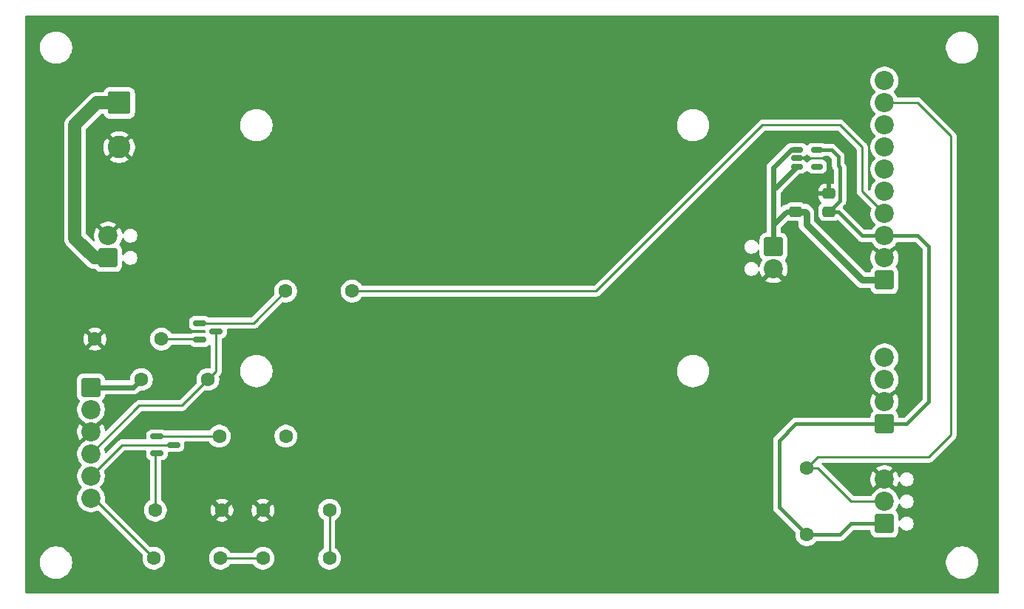
<source format=gtl>
%TF.GenerationSoftware,KiCad,Pcbnew,9.0.7*%
%TF.CreationDate,2026-01-11T22:14:01+00:00*%
%TF.ProjectId,ChillerHub,4368696c-6c65-4724-9875-622e6b696361,rev?*%
%TF.SameCoordinates,Original*%
%TF.FileFunction,Copper,L1,Top*%
%TF.FilePolarity,Positive*%
%FSLAX46Y46*%
G04 Gerber Fmt 4.6, Leading zero omitted, Abs format (unit mm)*
G04 Created by KiCad (PCBNEW 9.0.7) date 2026-01-11 22:14:01*
%MOMM*%
%LPD*%
G01*
G04 APERTURE LIST*
G04 Aperture macros list*
%AMRoundRect*
0 Rectangle with rounded corners*
0 $1 Rounding radius*
0 $2 $3 $4 $5 $6 $7 $8 $9 X,Y pos of 4 corners*
0 Add a 4 corners polygon primitive as box body*
4,1,4,$2,$3,$4,$5,$6,$7,$8,$9,$2,$3,0*
0 Add four circle primitives for the rounded corners*
1,1,$1+$1,$2,$3*
1,1,$1+$1,$4,$5*
1,1,$1+$1,$6,$7*
1,1,$1+$1,$8,$9*
0 Add four rect primitives between the rounded corners*
20,1,$1+$1,$2,$3,$4,$5,0*
20,1,$1+$1,$4,$5,$6,$7,0*
20,1,$1+$1,$6,$7,$8,$9,0*
20,1,$1+$1,$8,$9,$2,$3,0*%
G04 Aperture macros list end*
%TA.AperFunction,ComponentPad*%
%ADD10RoundRect,0.249999X-0.850001X0.850001X-0.850001X-0.850001X0.850001X-0.850001X0.850001X0.850001X0*%
%TD*%
%TA.AperFunction,ComponentPad*%
%ADD11C,2.200000*%
%TD*%
%TA.AperFunction,ComponentPad*%
%ADD12RoundRect,0.249999X0.850001X-0.850001X0.850001X0.850001X-0.850001X0.850001X-0.850001X-0.850001X0*%
%TD*%
%TA.AperFunction,SMDPad,CuDef*%
%ADD13RoundRect,0.250000X0.475000X-0.337500X0.475000X0.337500X-0.475000X0.337500X-0.475000X-0.337500X0*%
%TD*%
%TA.AperFunction,SMDPad,CuDef*%
%ADD14RoundRect,0.150000X-0.512500X-0.150000X0.512500X-0.150000X0.512500X0.150000X-0.512500X0.150000X0*%
%TD*%
%TA.AperFunction,ComponentPad*%
%ADD15C,1.600000*%
%TD*%
%TA.AperFunction,SMDPad,CuDef*%
%ADD16RoundRect,0.150000X-0.587500X-0.150000X0.587500X-0.150000X0.587500X0.150000X-0.587500X0.150000X0*%
%TD*%
%TA.AperFunction,ComponentPad*%
%ADD17RoundRect,0.250000X-1.050000X1.050000X-1.050000X-1.050000X1.050000X-1.050000X1.050000X1.050000X0*%
%TD*%
%TA.AperFunction,ComponentPad*%
%ADD18C,2.600000*%
%TD*%
%TA.AperFunction,ViaPad*%
%ADD19C,0.800000*%
%TD*%
%TA.AperFunction,Conductor*%
%ADD20C,0.250000*%
%TD*%
%TA.AperFunction,Conductor*%
%ADD21C,0.400000*%
%TD*%
%TA.AperFunction,Conductor*%
%ADD22C,0.600000*%
%TD*%
%TA.AperFunction,Conductor*%
%ADD23C,0.800000*%
%TD*%
%TA.AperFunction,Conductor*%
%ADD24C,1.500000*%
%TD*%
G04 APERTURE END LIST*
D10*
%TO.P,J2_GE1,1,Pin_1*%
%TO.N,/GE_+5V_REF*%
X75500000Y-113920000D03*
D11*
%TO.P,J2_GE1,2,Pin_2*%
%TO.N,/GE_SP*%
X75500000Y-116460000D03*
%TO.P,J2_GE1,3,Pin_3*%
%TO.N,GND*%
X75500000Y-119000000D03*
%TO.P,J2_GE1,4,Pin_4*%
%TO.N,/GE_RUN*%
X75500000Y-121540000D03*
%TO.P,J2_GE1,5,Pin_5*%
%TO.N,/GE_DIR*%
X75500000Y-124080000D03*
%TO.P,J2_GE1,6,Pin_6*%
%TO.N,/GE_FG*%
X75500000Y-126620000D03*
%TD*%
D12*
%TO.P,J3_ESP1,1,Pin_1*%
%TO.N,/+5V*%
X166370000Y-101600000D03*
D11*
%TO.P,J3_ESP1,2,Pin_2*%
%TO.N,GND*%
X166370000Y-99060000D03*
%TO.P,J3_ESP1,3,Pin_3*%
%TO.N,/+3V3*%
X166370000Y-96520000D03*
%TO.P,J3_ESP1,4,Pin_4*%
%TO.N,/ESP_RUN_GPIO*%
X166370000Y-93980000D03*
%TO.P,J3_ESP1,5,Pin_5*%
%TO.N,/ESP_DIR_GPIO*%
X166370000Y-91440000D03*
%TO.P,J3_ESP1,6,Pin_6*%
%TO.N,/ESP_FG_IN*%
X166370000Y-88900000D03*
%TO.P,J3_ESP1,7,Pin_7*%
%TO.N,/ESP_SDA*%
X166370000Y-86360000D03*
%TO.P,J3_ESP1,8,Pin_8*%
%TO.N,/ESP_SCL*%
X166370000Y-83820000D03*
%TO.P,J3_ESP1,9,Pin_9*%
%TO.N,/ESP_ OW_GPIO*%
X166370000Y-81280000D03*
%TO.P,J3_ESP1,10,Pin_10*%
%TO.N,/ESP_SPARE*%
X166370000Y-78740000D03*
%TD*%
D12*
%TO.P,J4_SHT1,1,Pin_1*%
%TO.N,/+3V3*%
X166370000Y-118110000D03*
D11*
%TO.P,J4_SHT1,2,Pin_2*%
%TO.N,GND*%
X166370000Y-115570000D03*
%TO.P,J4_SHT1,3,Pin_3*%
%TO.N,/ESP_SDA*%
X166370000Y-113030000D03*
%TO.P,J4_SHT1,4,Pin_4*%
%TO.N,/ESP_SCL*%
X166370000Y-110490000D03*
%TD*%
D12*
%TO.P,J5_DS18B1,1,Pin_1*%
%TO.N,/+3V3*%
X166370000Y-129540000D03*
D11*
%TO.P,J5_DS18B1,2,Pin_2*%
%TO.N,/ESP_ OW_GPIO*%
X166370000Y-127000000D03*
%TO.P,J5_DS18B1,3,Pin_3*%
%TO.N,GND*%
X166370000Y-124460000D03*
%TD*%
D13*
%TO.P,C1,2*%
%TO.N,GND*%
X160020000Y-91672500D03*
%TO.P,C1,1*%
%TO.N,/+3V3*%
X160020000Y-93747500D03*
%TD*%
D14*
%TO.P,U1,1,VIN*%
%TO.N,/+5V*%
X156342500Y-86680000D03*
%TO.P,U1,2,GND*%
%TO.N,GND*%
X156342500Y-87630000D03*
%TO.P,U1,3,EN*%
%TO.N,/+5V*%
X156342500Y-88580000D03*
%TO.P,U1,4,NC*%
%TO.N,unconnected-(U1-NC-Pad4)*%
X158617500Y-88580000D03*
%TO.P,U1,5,VOUT*%
%TO.N,/+3V3*%
X158617500Y-86680000D03*
%TD*%
D13*
%TO.P,C2,1*%
%TO.N,/+5V*%
X156210000Y-93747500D03*
%TO.P,C2,2*%
%TO.N,GND*%
X156210000Y-91672500D03*
%TD*%
D11*
%TO.P,U2_LM1,2,Pin_2*%
%TO.N,GND*%
X153670000Y-100330000D03*
D10*
%TO.P,U2_LM1,1,Pin_1*%
%TO.N,/+5V*%
X153670000Y-97790000D03*
%TD*%
D12*
%TO.P,U1_LM1,1,Pin_1*%
%TO.N,/+24V*%
X77470000Y-99060000D03*
D11*
%TO.P,U1_LM1,2,Pin_2*%
%TO.N,GND*%
X77470000Y-96520000D03*
%TD*%
D15*
%TO.P,R9,1*%
%TO.N,/ESP_ OW_GPIO*%
X157480000Y-123190000D03*
%TO.P,R9,2*%
%TO.N,/+3V3*%
X157480000Y-130810000D03*
%TD*%
%TO.P,R1,1*%
%TO.N,Net-(Q1_RUN1-G)*%
X97790000Y-102870000D03*
%TO.P,R1,2*%
%TO.N,/ESP_RUN_GPIO*%
X105410000Y-102870000D03*
%TD*%
D16*
%TO.P,Q1_RUN1,1,G*%
%TO.N,Net-(Q1_RUN1-G)*%
X87962500Y-106550000D03*
%TO.P,Q1_RUN1,2,S*%
%TO.N,Net-(Q1_RUN1-S)*%
X87962500Y-108450000D03*
%TO.P,Q1_RUN1,3,D*%
%TO.N,/GE_RUN*%
X89837500Y-107500000D03*
%TD*%
D15*
%TO.P,R6,1*%
%TO.N,/GE_FG*%
X82690000Y-133500000D03*
%TO.P,R6,2*%
%TO.N,/FG_TOP*%
X90310000Y-133500000D03*
%TD*%
%TO.P,R7,1*%
%TO.N,/FG_TOP*%
X95190000Y-133500000D03*
%TO.P,R7,2*%
%TO.N,/ESP_FG_IN*%
X102810000Y-133500000D03*
%TD*%
%TO.P,R2,1*%
%TO.N,Net-(Q2_DIR1-G)*%
X90190000Y-119500000D03*
%TO.P,R2,2*%
%TO.N,/ESP_DIR_GPIO*%
X97810000Y-119500000D03*
%TD*%
%TO.P,R3,1*%
%TO.N,/GE_RUN*%
X88900000Y-113000000D03*
%TO.P,R3,2*%
%TO.N,/GE_+5V_REF*%
X81280000Y-113000000D03*
%TD*%
%TO.P,R8,1*%
%TO.N,/ESP_FG_IN*%
X102810000Y-128000000D03*
%TO.P,R8,2*%
%TO.N,GND*%
X95190000Y-128000000D03*
%TD*%
D17*
%TO.P,J1_24VDC1,1,Pin_1*%
%TO.N,/+24V*%
X78740000Y-81280000D03*
D18*
%TO.P,J1_24VDC1,2,Pin_2*%
%TO.N,GND*%
X78740000Y-86360000D03*
%TD*%
D16*
%TO.P,Q2_DIR1,1,G*%
%TO.N,Net-(Q2_DIR1-G)*%
X83062500Y-119550000D03*
%TO.P,Q2_DIR1,2,S*%
%TO.N,Net-(Q2_DIR1-S)*%
X83062500Y-121450000D03*
%TO.P,Q2_DIR1,3,D*%
%TO.N,/GE_DIR*%
X84937500Y-120500000D03*
%TD*%
D15*
%TO.P,R4,1*%
%TO.N,Net-(Q1_RUN1-S)*%
X83573408Y-108375094D03*
%TO.P,R4,2*%
%TO.N,GND*%
X75953408Y-108375094D03*
%TD*%
%TO.P,R5,1*%
%TO.N,Net-(Q2_DIR1-S)*%
X82880000Y-128000000D03*
%TO.P,R5,2*%
%TO.N,GND*%
X90500000Y-128000000D03*
%TD*%
D19*
%TO.N,GND*%
X158750000Y-90170000D03*
X157480000Y-90170000D03*
X168910000Y-100330000D03*
X168910000Y-99060000D03*
X162560000Y-115570000D03*
X162560000Y-114300000D03*
X171450000Y-124460000D03*
X171450000Y-123190000D03*
X157480000Y-101600000D03*
X157480000Y-100330000D03*
X157480000Y-99060000D03*
X82550000Y-87630000D03*
X82550000Y-86360000D03*
X82550000Y-85090000D03*
X69850000Y-119380000D03*
X69850000Y-118110000D03*
%TD*%
D20*
%TO.N,/ESP_RUN_GPIO*%
X163830000Y-86360000D02*
X163830000Y-91440000D01*
X163830000Y-91440000D02*
X166370000Y-93980000D01*
X152400000Y-83820000D02*
X161290000Y-83820000D01*
X133350000Y-102870000D02*
X152400000Y-83820000D01*
X161290000Y-83820000D02*
X163830000Y-86360000D01*
X105410000Y-102870000D02*
X133350000Y-102870000D01*
D21*
%TO.N,/+3V3*%
X156210000Y-118110000D02*
X166370000Y-118110000D01*
X154305000Y-120015000D02*
X156210000Y-118110000D01*
X154305000Y-127635000D02*
X154305000Y-120015000D01*
X157480000Y-130810000D02*
X154305000Y-127635000D01*
X168910000Y-118110000D02*
X166370000Y-118110000D01*
X171450000Y-115570000D02*
X168910000Y-118110000D01*
X171450000Y-97790000D02*
X171450000Y-115570000D01*
X170180000Y-96520000D02*
X171450000Y-97790000D01*
X166370000Y-96520000D02*
X170180000Y-96520000D01*
D20*
%TO.N,/ESP_ OW_GPIO*%
X173990000Y-119380000D02*
X173990000Y-85090000D01*
X170180000Y-81280000D02*
X166370000Y-81280000D01*
X171450000Y-121920000D02*
X173990000Y-119380000D01*
X158750000Y-121920000D02*
X171450000Y-121920000D01*
X173990000Y-85090000D02*
X170180000Y-81280000D01*
X157480000Y-123190000D02*
X158750000Y-121920000D01*
D21*
%TO.N,/+3V3*%
X162560000Y-129540000D02*
X166370000Y-129540000D01*
X161290000Y-130810000D02*
X162560000Y-129540000D01*
X157480000Y-130810000D02*
X161290000Y-130810000D01*
D20*
%TO.N,/ESP_ OW_GPIO*%
X162560000Y-127000000D02*
X166370000Y-127000000D01*
X158750000Y-123190000D02*
X162560000Y-127000000D01*
X157480000Y-123190000D02*
X158750000Y-123190000D01*
D21*
%TO.N,/+3V3*%
X161290000Y-92477500D02*
X160020000Y-93747500D01*
D22*
%TO.N,/+5V*%
X153670000Y-95250000D02*
X153670000Y-91440000D01*
D21*
%TO.N,/+3V3*%
X161290000Y-88680586D02*
X161290000Y-92477500D01*
X161072831Y-88463417D02*
X161290000Y-88680586D01*
X158617500Y-86680000D02*
X160340000Y-86680000D01*
X161072831Y-87412831D02*
X161072831Y-88463417D01*
X160340000Y-86680000D02*
X161072831Y-87412831D01*
D23*
%TO.N,/+5V*%
X157424000Y-95194000D02*
X163830000Y-101600000D01*
X163830000Y-101600000D02*
X166370000Y-101600000D01*
X156210000Y-93747500D02*
X157247500Y-93747500D01*
X157247500Y-93747500D02*
X157424000Y-93924000D01*
X157424000Y-93924000D02*
X157424000Y-95194000D01*
D21*
%TO.N,/+3V3*%
X161057500Y-93747500D02*
X163830000Y-96520000D01*
X160020000Y-93747500D02*
X161057500Y-93747500D01*
X163830000Y-96520000D02*
X166370000Y-96520000D01*
D22*
%TO.N,/+5V*%
X155172500Y-93747500D02*
X156210000Y-93747500D01*
X153670000Y-95250000D02*
X155172500Y-93747500D01*
D20*
%TO.N,GND*%
X160020000Y-91434757D02*
X160020000Y-91440000D01*
D22*
%TO.N,/+5V*%
X153670000Y-91440000D02*
X153670000Y-91252500D01*
X153670000Y-91440000D02*
X153670000Y-88690001D01*
X153670000Y-91252500D02*
X156342500Y-88580000D01*
X155680001Y-86680000D02*
X156342500Y-86680000D01*
X153670000Y-88690001D02*
X155680001Y-86680000D01*
X153670000Y-97790000D02*
X153670000Y-95250000D01*
D24*
%TO.N,/+24V*%
X73660000Y-96812000D02*
X75908000Y-99060000D01*
X73660000Y-83820000D02*
X73660000Y-96812000D01*
X76200000Y-81280000D02*
X73660000Y-83820000D01*
X78740000Y-81280000D02*
X76200000Y-81280000D01*
X75908000Y-99060000D02*
X77470000Y-99060000D01*
D20*
%TO.N,Net-(Q1_RUN1-G)*%
X94110000Y-106550000D02*
X97790000Y-102870000D01*
X87962500Y-106550000D02*
X94110000Y-106550000D01*
D22*
%TO.N,/GE_+5V_REF*%
X80360000Y-113920000D02*
X81280000Y-113000000D01*
X75500000Y-113920000D02*
X80360000Y-113920000D01*
D20*
%TO.N,/GE_RUN*%
X85900000Y-116000000D02*
X88900000Y-113000000D01*
X88900000Y-113000000D02*
X89837500Y-112062500D01*
X89837500Y-112062500D02*
X89837500Y-107500000D01*
X75500000Y-121540000D02*
X81040000Y-116000000D01*
X81040000Y-116000000D02*
X85900000Y-116000000D01*
%TO.N,Net-(Q1_RUN1-S)*%
X87962500Y-108450000D02*
X87887594Y-108375094D01*
X87887594Y-108375094D02*
X83573408Y-108375094D01*
%TO.N,/GE_FG*%
X82690000Y-133500000D02*
X75810000Y-126620000D01*
X75810000Y-126620000D02*
X75500000Y-126620000D01*
%TO.N,/GE_DIR*%
X79080000Y-120500000D02*
X75500000Y-124080000D01*
X84937500Y-120500000D02*
X79080000Y-120500000D01*
%TO.N,/ESP_FG_IN*%
X102810000Y-133500000D02*
X102810000Y-128000000D01*
%TO.N,Net-(Q2_DIR1-G)*%
X83112500Y-119500000D02*
X83062500Y-119550000D01*
X90190000Y-119500000D02*
X83112500Y-119500000D01*
%TO.N,Net-(Q2_DIR1-S)*%
X82880000Y-121632500D02*
X83062500Y-121450000D01*
X82880000Y-128000000D02*
X82880000Y-121632500D01*
%TO.N,/FG_TOP*%
X90310000Y-133500000D02*
X95190000Y-133500000D01*
%TD*%
%TA.AperFunction,Conductor*%
%TO.N,GND*%
G36*
X157557667Y-87198006D02*
G01*
X157581855Y-87225921D01*
X157582139Y-87225702D01*
X157586179Y-87230911D01*
X157586732Y-87231548D01*
X157586919Y-87231865D01*
X157586921Y-87231867D01*
X157586923Y-87231870D01*
X157703129Y-87348076D01*
X157703133Y-87348079D01*
X157703135Y-87348081D01*
X157844602Y-87431744D01*
X157885834Y-87443723D01*
X158002426Y-87477597D01*
X158002429Y-87477597D01*
X158002431Y-87477598D01*
X158039306Y-87480500D01*
X158039314Y-87480500D01*
X159195686Y-87480500D01*
X159195694Y-87480500D01*
X159232569Y-87477598D01*
X159232571Y-87477597D01*
X159232573Y-87477597D01*
X159274191Y-87465505D01*
X159390398Y-87431744D01*
X159447848Y-87397767D01*
X159510969Y-87380500D01*
X159998481Y-87380500D01*
X160065520Y-87400185D01*
X160086162Y-87416819D01*
X160336012Y-87666669D01*
X160369497Y-87727992D01*
X160372331Y-87754350D01*
X160372331Y-88394423D01*
X160372331Y-88532411D01*
X160372331Y-88532413D01*
X160372330Y-88532413D01*
X160399249Y-88667739D01*
X160399252Y-88667749D01*
X160452053Y-88795224D01*
X160528716Y-88909959D01*
X160553181Y-88934424D01*
X160586666Y-88995747D01*
X160589500Y-89022105D01*
X160589500Y-90461000D01*
X160569815Y-90528039D01*
X160517011Y-90573794D01*
X160465500Y-90585000D01*
X160270000Y-90585000D01*
X160270000Y-91548500D01*
X160250315Y-91615539D01*
X160197511Y-91661294D01*
X160146000Y-91672500D01*
X160020000Y-91672500D01*
X160020000Y-91798500D01*
X160000315Y-91865539D01*
X159947511Y-91911294D01*
X159896000Y-91922500D01*
X158795001Y-91922500D01*
X158795001Y-92059986D01*
X158805494Y-92162697D01*
X158860641Y-92329119D01*
X158860643Y-92329124D01*
X158952684Y-92478345D01*
X159076655Y-92602316D01*
X159076659Y-92602319D01*
X159079656Y-92604168D01*
X159081279Y-92605972D01*
X159082323Y-92606798D01*
X159082181Y-92606976D01*
X159126381Y-92656116D01*
X159137602Y-92725079D01*
X159109759Y-92789161D01*
X159079661Y-92815241D01*
X159076349Y-92817283D01*
X159076343Y-92817288D01*
X158952289Y-92941342D01*
X158860187Y-93090663D01*
X158860185Y-93090668D01*
X158841916Y-93145800D01*
X158805001Y-93257203D01*
X158805001Y-93257204D01*
X158805000Y-93257204D01*
X158794500Y-93359983D01*
X158794500Y-94135001D01*
X158794501Y-94135019D01*
X158805000Y-94237796D01*
X158805001Y-94237799D01*
X158843767Y-94354785D01*
X158860186Y-94404334D01*
X158952288Y-94553656D01*
X159076344Y-94677712D01*
X159225666Y-94769814D01*
X159392203Y-94824999D01*
X159494991Y-94835500D01*
X160545008Y-94835499D01*
X160545016Y-94835498D01*
X160545019Y-94835498D01*
X160601302Y-94829748D01*
X160647797Y-94824999D01*
X160814334Y-94769814D01*
X160900864Y-94716441D01*
X160968256Y-94698001D01*
X161034920Y-94718923D01*
X161053642Y-94734299D01*
X163383453Y-97064111D01*
X163383454Y-97064112D01*
X163498192Y-97140777D01*
X163625667Y-97193578D01*
X163625672Y-97193580D01*
X163625676Y-97193580D01*
X163625677Y-97193581D01*
X163761003Y-97220500D01*
X163761006Y-97220500D01*
X163761007Y-97220500D01*
X164854652Y-97220500D01*
X164921691Y-97240185D01*
X164965137Y-97288205D01*
X164994801Y-97346424D01*
X165001132Y-97358848D01*
X165149201Y-97562649D01*
X165149204Y-97562653D01*
X165327345Y-97740794D01*
X165327350Y-97740798D01*
X165531153Y-97888869D01*
X165557018Y-97902048D01*
X165588405Y-97924852D01*
X166199765Y-98536212D01*
X166157708Y-98547482D01*
X166032292Y-98619890D01*
X165929890Y-98722292D01*
X165857482Y-98847708D01*
X165846212Y-98889765D01*
X165075748Y-98119300D01*
X165075747Y-98119301D01*
X165001559Y-98221413D01*
X164887219Y-98445815D01*
X164809397Y-98685330D01*
X164770000Y-98934071D01*
X164770000Y-99185928D01*
X164809397Y-99434669D01*
X164887219Y-99674184D01*
X165001559Y-99898586D01*
X165069125Y-99991584D01*
X165092605Y-100057390D01*
X165076779Y-100125444D01*
X165055254Y-100150984D01*
X165056451Y-100152181D01*
X164927287Y-100281345D01*
X164835187Y-100430662D01*
X164835185Y-100430667D01*
X164779999Y-100597206D01*
X164779088Y-100601465D01*
X164745802Y-100662896D01*
X164684588Y-100696580D01*
X164657837Y-100699500D01*
X164254362Y-100699500D01*
X164187323Y-100679815D01*
X164166681Y-100663181D01*
X158360819Y-94857319D01*
X158327334Y-94795996D01*
X158324500Y-94769638D01*
X158324500Y-93835311D01*
X158324500Y-93835309D01*
X158322717Y-93826347D01*
X158322717Y-93826343D01*
X158289896Y-93661341D01*
X158289895Y-93661334D01*
X158224339Y-93503071D01*
X158222695Y-93498474D01*
X158123465Y-93349966D01*
X158090921Y-93317422D01*
X158056620Y-93283121D01*
X158056618Y-93283117D01*
X157821538Y-93048037D01*
X157802957Y-93035622D01*
X157751276Y-93001090D01*
X157674047Y-92949487D01*
X157592106Y-92915546D01*
X157510166Y-92881605D01*
X157510158Y-92881603D01*
X157336196Y-92847000D01*
X157336192Y-92847000D01*
X157336191Y-92847000D01*
X157234333Y-92847000D01*
X157167294Y-92827315D01*
X157157422Y-92820266D01*
X157153658Y-92817290D01*
X157153656Y-92817288D01*
X157004334Y-92725186D01*
X156837797Y-92670001D01*
X156837795Y-92670000D01*
X156735010Y-92659500D01*
X155684998Y-92659500D01*
X155684980Y-92659501D01*
X155582203Y-92670000D01*
X155582200Y-92670001D01*
X155415668Y-92725185D01*
X155415663Y-92725187D01*
X155266345Y-92817287D01*
X155172700Y-92910932D01*
X155111376Y-92944416D01*
X155097181Y-92946652D01*
X155093658Y-92946999D01*
X154939010Y-92977761D01*
X154938998Y-92977764D01*
X154793327Y-93038102D01*
X154793314Y-93038109D01*
X154663391Y-93124922D01*
X154596713Y-93145800D01*
X154529333Y-93127315D01*
X154482643Y-93075337D01*
X154470500Y-93021820D01*
X154470500Y-91635440D01*
X154490185Y-91568401D01*
X154506819Y-91547759D01*
X154769565Y-91285013D01*
X158795000Y-91285013D01*
X158795000Y-91422500D01*
X159770000Y-91422500D01*
X159770000Y-90585000D01*
X159495029Y-90585000D01*
X159495012Y-90585001D01*
X159392302Y-90595494D01*
X159225880Y-90650641D01*
X159225875Y-90650643D01*
X159076654Y-90742684D01*
X158952684Y-90866654D01*
X158860643Y-91015875D01*
X158860641Y-91015880D01*
X158805494Y-91182302D01*
X158805493Y-91182309D01*
X158795000Y-91285013D01*
X154769565Y-91285013D01*
X156637759Y-89416819D01*
X156699082Y-89383334D01*
X156725440Y-89380500D01*
X156920686Y-89380500D01*
X156920694Y-89380500D01*
X156957569Y-89377598D01*
X156957571Y-89377597D01*
X156957573Y-89377597D01*
X156999191Y-89365505D01*
X157115398Y-89331744D01*
X157256865Y-89248081D01*
X157373081Y-89131865D01*
X157373267Y-89131549D01*
X157373477Y-89131353D01*
X157377861Y-89125702D01*
X157378772Y-89126409D01*
X157424336Y-89083866D01*
X157493077Y-89071362D01*
X157557667Y-89098006D01*
X157581855Y-89125921D01*
X157582139Y-89125702D01*
X157586179Y-89130911D01*
X157586732Y-89131548D01*
X157586919Y-89131865D01*
X157586921Y-89131867D01*
X157586923Y-89131870D01*
X157703129Y-89248076D01*
X157703133Y-89248079D01*
X157703135Y-89248081D01*
X157844602Y-89331744D01*
X157886224Y-89343836D01*
X158002426Y-89377597D01*
X158002429Y-89377597D01*
X158002431Y-89377598D01*
X158039306Y-89380500D01*
X158039314Y-89380500D01*
X159195686Y-89380500D01*
X159195694Y-89380500D01*
X159232569Y-89377598D01*
X159232571Y-89377597D01*
X159232573Y-89377597D01*
X159274191Y-89365505D01*
X159390398Y-89331744D01*
X159531865Y-89248081D01*
X159648081Y-89131865D01*
X159731744Y-88990398D01*
X159777598Y-88832569D01*
X159780500Y-88795694D01*
X159780500Y-88364306D01*
X159777598Y-88327431D01*
X159772774Y-88310828D01*
X159743836Y-88211224D01*
X159731744Y-88169602D01*
X159648081Y-88028135D01*
X159648079Y-88028133D01*
X159648076Y-88028129D01*
X159531870Y-87911923D01*
X159531862Y-87911917D01*
X159443829Y-87859855D01*
X159390398Y-87828256D01*
X159390397Y-87828255D01*
X159390396Y-87828255D01*
X159390393Y-87828254D01*
X159232573Y-87782402D01*
X159232567Y-87782401D01*
X159195701Y-87779500D01*
X159195694Y-87779500D01*
X158039306Y-87779500D01*
X158039298Y-87779500D01*
X158002432Y-87782401D01*
X158002426Y-87782402D01*
X157844606Y-87828254D01*
X157844603Y-87828255D01*
X157703137Y-87911917D01*
X157703129Y-87911923D01*
X157586923Y-88028129D01*
X157586914Y-88028140D01*
X157586729Y-88028455D01*
X157586519Y-88028650D01*
X157582139Y-88034298D01*
X157581227Y-88033591D01*
X157535657Y-88076136D01*
X157466915Y-88088637D01*
X157402327Y-88061988D01*
X157378143Y-88034078D01*
X157377861Y-88034298D01*
X157373823Y-88029092D01*
X157373271Y-88028455D01*
X157373085Y-88028140D01*
X157373076Y-88028129D01*
X157256870Y-87911923D01*
X157256862Y-87911917D01*
X157168829Y-87859855D01*
X157115398Y-87828256D01*
X157115397Y-87828255D01*
X157115396Y-87828255D01*
X157115393Y-87828254D01*
X156957573Y-87782402D01*
X156957567Y-87782401D01*
X156920701Y-87779500D01*
X156920694Y-87779500D01*
X156011941Y-87779500D01*
X155990695Y-87773261D01*
X155968607Y-87771682D01*
X155957823Y-87763609D01*
X155944902Y-87759815D01*
X155930402Y-87743081D01*
X155912674Y-87729810D01*
X155907966Y-87717189D01*
X155899147Y-87707011D01*
X155895995Y-87685093D01*
X155888257Y-87664346D01*
X155891119Y-87651185D01*
X155889203Y-87637853D01*
X155898402Y-87617709D01*
X155903109Y-87596073D01*
X155916377Y-87578347D01*
X155918228Y-87574297D01*
X155924260Y-87567819D01*
X155975260Y-87516819D01*
X156036583Y-87483334D01*
X156062941Y-87480500D01*
X156920686Y-87480500D01*
X156920694Y-87480500D01*
X156957569Y-87477598D01*
X156957571Y-87477597D01*
X156957573Y-87477597D01*
X156999191Y-87465505D01*
X157115398Y-87431744D01*
X157256865Y-87348081D01*
X157373081Y-87231865D01*
X157373267Y-87231549D01*
X157373477Y-87231353D01*
X157377861Y-87225702D01*
X157378772Y-87226409D01*
X157424336Y-87183866D01*
X157493077Y-87171362D01*
X157557667Y-87198006D01*
G37*
%TD.AperFunction*%
%TA.AperFunction,Conductor*%
G36*
X179402539Y-71260185D02*
G01*
X179448294Y-71312989D01*
X179459500Y-71364500D01*
X179459500Y-137415500D01*
X179439815Y-137482539D01*
X179387011Y-137528294D01*
X179335500Y-137539500D01*
X68124500Y-137539500D01*
X68057461Y-137519815D01*
X68011706Y-137467011D01*
X68000500Y-137415500D01*
X68000500Y-133878711D01*
X69649500Y-133878711D01*
X69649500Y-134121288D01*
X69681161Y-134361785D01*
X69743947Y-134596104D01*
X69828611Y-134800500D01*
X69836776Y-134820212D01*
X69958064Y-135030289D01*
X69958066Y-135030292D01*
X69958067Y-135030293D01*
X70105733Y-135222736D01*
X70105739Y-135222743D01*
X70277256Y-135394260D01*
X70277262Y-135394265D01*
X70469711Y-135541936D01*
X70679788Y-135663224D01*
X70903900Y-135756054D01*
X71138211Y-135818838D01*
X71318586Y-135842584D01*
X71378711Y-135850500D01*
X71378712Y-135850500D01*
X71621289Y-135850500D01*
X71669388Y-135844167D01*
X71861789Y-135818838D01*
X72096100Y-135756054D01*
X72320212Y-135663224D01*
X72530289Y-135541936D01*
X72722738Y-135394265D01*
X72894265Y-135222738D01*
X73041936Y-135030289D01*
X73163224Y-134820212D01*
X73256054Y-134596100D01*
X73318838Y-134361789D01*
X73350500Y-134121288D01*
X73350500Y-133878712D01*
X73318838Y-133638211D01*
X73256054Y-133403900D01*
X73163224Y-133179788D01*
X73041936Y-132969711D01*
X72925824Y-132818390D01*
X72894266Y-132777263D01*
X72894260Y-132777256D01*
X72722743Y-132605739D01*
X72722736Y-132605733D01*
X72530293Y-132458067D01*
X72530292Y-132458066D01*
X72530289Y-132458064D01*
X72320212Y-132336776D01*
X72320205Y-132336773D01*
X72096104Y-132243947D01*
X71861785Y-132181161D01*
X71621289Y-132149500D01*
X71621288Y-132149500D01*
X71378712Y-132149500D01*
X71378711Y-132149500D01*
X71138214Y-132181161D01*
X70903895Y-132243947D01*
X70679794Y-132336773D01*
X70679785Y-132336777D01*
X70469706Y-132458067D01*
X70277263Y-132605733D01*
X70277256Y-132605739D01*
X70105739Y-132777256D01*
X70105733Y-132777263D01*
X69958067Y-132969706D01*
X69836777Y-133179785D01*
X69836773Y-133179794D01*
X69743947Y-133403895D01*
X69681161Y-133638214D01*
X69649500Y-133878711D01*
X68000500Y-133878711D01*
X68000500Y-113019982D01*
X73899500Y-113019982D01*
X73899500Y-114820017D01*
X73910000Y-114922796D01*
X73965185Y-115089332D01*
X73965187Y-115089337D01*
X74057289Y-115238657D01*
X74186128Y-115367496D01*
X74219613Y-115428819D01*
X74214629Y-115498511D01*
X74198767Y-115528058D01*
X74145577Y-115601270D01*
X74131128Y-115621158D01*
X74016760Y-115845616D01*
X73938910Y-116085214D01*
X73923235Y-116184184D01*
X73899500Y-116334038D01*
X73899500Y-116585962D01*
X73911515Y-116661819D01*
X73938910Y-116834785D01*
X74016760Y-117074383D01*
X74085852Y-117209982D01*
X74124330Y-117285500D01*
X74131132Y-117298848D01*
X74279201Y-117502649D01*
X74279205Y-117502654D01*
X74457345Y-117680794D01*
X74457350Y-117680798D01*
X74661153Y-117828869D01*
X74687018Y-117842048D01*
X74718405Y-117864852D01*
X75329765Y-118476212D01*
X75287708Y-118487482D01*
X75162292Y-118559890D01*
X75059890Y-118662292D01*
X74987482Y-118787708D01*
X74976212Y-118829765D01*
X74205748Y-118059300D01*
X74205747Y-118059301D01*
X74131559Y-118161413D01*
X74017219Y-118385815D01*
X73939397Y-118625330D01*
X73900000Y-118874071D01*
X73900000Y-119125928D01*
X73939397Y-119374669D01*
X74017219Y-119614184D01*
X74131557Y-119838583D01*
X74205748Y-119940697D01*
X74205748Y-119940698D01*
X74976212Y-119170234D01*
X74987482Y-119212292D01*
X75059890Y-119337708D01*
X75162292Y-119440110D01*
X75287708Y-119512518D01*
X75329765Y-119523787D01*
X74718404Y-120135147D01*
X74687023Y-120157948D01*
X74661152Y-120171131D01*
X74457350Y-120319201D01*
X74457345Y-120319205D01*
X74279205Y-120497345D01*
X74279201Y-120497350D01*
X74131132Y-120701151D01*
X74016760Y-120925616D01*
X73938910Y-121165214D01*
X73899500Y-121414038D01*
X73899500Y-121665961D01*
X73938910Y-121914785D01*
X74016760Y-122154383D01*
X74094758Y-122307461D01*
X74128916Y-122374500D01*
X74131132Y-122378848D01*
X74279201Y-122582649D01*
X74279205Y-122582654D01*
X74418870Y-122722319D01*
X74452355Y-122783642D01*
X74447371Y-122853334D01*
X74418870Y-122897681D01*
X74279205Y-123037345D01*
X74279201Y-123037350D01*
X74131132Y-123241151D01*
X74016760Y-123465616D01*
X73938910Y-123705214D01*
X73931721Y-123750602D01*
X73899500Y-123954038D01*
X73899500Y-124205962D01*
X73902755Y-124226510D01*
X73938910Y-124454785D01*
X74016760Y-124694383D01*
X74131132Y-124918848D01*
X74279201Y-125122649D01*
X74279205Y-125122654D01*
X74418870Y-125262319D01*
X74452355Y-125323642D01*
X74447371Y-125393334D01*
X74418870Y-125437681D01*
X74279205Y-125577345D01*
X74279201Y-125577350D01*
X74131132Y-125781151D01*
X74016760Y-126005616D01*
X73938910Y-126245214D01*
X73921551Y-126354815D01*
X73899500Y-126494038D01*
X73899500Y-126745962D01*
X73922020Y-126888147D01*
X73938910Y-126994785D01*
X74016760Y-127234383D01*
X74131132Y-127458848D01*
X74279201Y-127662649D01*
X74279205Y-127662654D01*
X74457345Y-127840794D01*
X74457350Y-127840798D01*
X74535598Y-127897648D01*
X74661155Y-127988870D01*
X74786352Y-128052661D01*
X74885616Y-128103239D01*
X74885618Y-128103239D01*
X74885621Y-128103241D01*
X75125215Y-128181090D01*
X75374038Y-128220500D01*
X75374039Y-128220500D01*
X75625961Y-128220500D01*
X75625962Y-128220500D01*
X75874785Y-128181090D01*
X76114379Y-128103241D01*
X76116193Y-128102317D01*
X76135453Y-128092503D01*
X76229050Y-128044812D01*
X76297718Y-128031916D01*
X76362459Y-128058192D01*
X76373026Y-128067616D01*
X81387781Y-133082371D01*
X81421266Y-133143694D01*
X81420785Y-133190416D01*
X81422285Y-133190654D01*
X81389500Y-133397648D01*
X81389500Y-133602351D01*
X81421522Y-133804534D01*
X81484781Y-133999223D01*
X81546977Y-134121288D01*
X81555406Y-134137831D01*
X81577715Y-134181613D01*
X81698028Y-134347213D01*
X81842786Y-134491971D01*
X81986110Y-134596100D01*
X82008390Y-134612287D01*
X82124607Y-134671503D01*
X82190776Y-134705218D01*
X82190778Y-134705218D01*
X82190781Y-134705220D01*
X82295137Y-134739127D01*
X82385465Y-134768477D01*
X82486557Y-134784488D01*
X82587648Y-134800500D01*
X82587649Y-134800500D01*
X82792351Y-134800500D01*
X82792352Y-134800500D01*
X82994534Y-134768477D01*
X83189219Y-134705220D01*
X83371610Y-134612287D01*
X83464590Y-134544732D01*
X83537213Y-134491971D01*
X83537215Y-134491968D01*
X83537219Y-134491966D01*
X83681966Y-134347219D01*
X83681968Y-134347215D01*
X83681971Y-134347213D01*
X83734732Y-134274590D01*
X83802287Y-134181610D01*
X83895220Y-133999219D01*
X83958477Y-133804534D01*
X83990500Y-133602352D01*
X83990500Y-133397648D01*
X89009500Y-133397648D01*
X89009500Y-133602351D01*
X89041522Y-133804534D01*
X89104781Y-133999223D01*
X89166977Y-134121288D01*
X89175406Y-134137831D01*
X89197715Y-134181613D01*
X89318028Y-134347213D01*
X89462786Y-134491971D01*
X89606110Y-134596100D01*
X89628390Y-134612287D01*
X89744607Y-134671503D01*
X89810776Y-134705218D01*
X89810778Y-134705218D01*
X89810781Y-134705220D01*
X89915137Y-134739127D01*
X90005465Y-134768477D01*
X90106557Y-134784488D01*
X90207648Y-134800500D01*
X90207649Y-134800500D01*
X90412351Y-134800500D01*
X90412352Y-134800500D01*
X90614534Y-134768477D01*
X90809219Y-134705220D01*
X90991610Y-134612287D01*
X91084590Y-134544732D01*
X91157213Y-134491971D01*
X91157215Y-134491968D01*
X91157219Y-134491966D01*
X91301966Y-134347219D01*
X91301968Y-134347215D01*
X91301971Y-134347213D01*
X91425151Y-134177669D01*
X91426823Y-134178884D01*
X91472208Y-134137831D01*
X91526115Y-134125500D01*
X93973885Y-134125500D01*
X94040924Y-134145185D01*
X94073606Y-134178571D01*
X94074849Y-134177669D01*
X94198028Y-134347213D01*
X94342786Y-134491971D01*
X94486110Y-134596100D01*
X94508390Y-134612287D01*
X94624607Y-134671503D01*
X94690776Y-134705218D01*
X94690778Y-134705218D01*
X94690781Y-134705220D01*
X94795137Y-134739127D01*
X94885465Y-134768477D01*
X94986557Y-134784488D01*
X95087648Y-134800500D01*
X95087649Y-134800500D01*
X95292351Y-134800500D01*
X95292352Y-134800500D01*
X95494534Y-134768477D01*
X95689219Y-134705220D01*
X95871610Y-134612287D01*
X95964590Y-134544732D01*
X96037213Y-134491971D01*
X96037215Y-134491968D01*
X96037219Y-134491966D01*
X96181966Y-134347219D01*
X96181968Y-134347215D01*
X96181971Y-134347213D01*
X96234732Y-134274590D01*
X96302287Y-134181610D01*
X96395220Y-133999219D01*
X96458477Y-133804534D01*
X96490500Y-133602352D01*
X96490500Y-133397648D01*
X96458477Y-133195466D01*
X96456913Y-133190654D01*
X96395218Y-133000776D01*
X96361503Y-132934607D01*
X96302287Y-132818390D01*
X96272402Y-132777256D01*
X96181971Y-132652786D01*
X96037213Y-132508028D01*
X95871613Y-132387715D01*
X95871612Y-132387714D01*
X95871610Y-132387713D01*
X95771635Y-132336773D01*
X95689223Y-132294781D01*
X95494534Y-132231522D01*
X95319995Y-132203878D01*
X95292352Y-132199500D01*
X95087648Y-132199500D01*
X95063329Y-132203351D01*
X94885465Y-132231522D01*
X94690776Y-132294781D01*
X94508386Y-132387715D01*
X94342786Y-132508028D01*
X94198028Y-132652786D01*
X94074849Y-132822331D01*
X94073176Y-132821115D01*
X94027792Y-132862169D01*
X93973885Y-132874500D01*
X91526115Y-132874500D01*
X91459076Y-132854815D01*
X91426393Y-132821428D01*
X91425151Y-132822331D01*
X91301971Y-132652786D01*
X91157213Y-132508028D01*
X90991613Y-132387715D01*
X90991612Y-132387714D01*
X90991610Y-132387713D01*
X90891635Y-132336773D01*
X90809223Y-132294781D01*
X90614534Y-132231522D01*
X90439995Y-132203878D01*
X90412352Y-132199500D01*
X90207648Y-132199500D01*
X90183329Y-132203351D01*
X90005465Y-132231522D01*
X89810776Y-132294781D01*
X89628386Y-132387715D01*
X89462786Y-132508028D01*
X89318028Y-132652786D01*
X89197715Y-132818386D01*
X89104781Y-133000776D01*
X89041522Y-133195465D01*
X89009500Y-133397648D01*
X83990500Y-133397648D01*
X83958477Y-133195466D01*
X83956913Y-133190654D01*
X83895218Y-133000776D01*
X83861503Y-132934607D01*
X83802287Y-132818390D01*
X83772402Y-132777256D01*
X83681971Y-132652786D01*
X83537213Y-132508028D01*
X83371613Y-132387715D01*
X83371612Y-132387714D01*
X83371610Y-132387713D01*
X83271635Y-132336773D01*
X83189223Y-132294781D01*
X82994534Y-132231522D01*
X82819995Y-132203878D01*
X82792352Y-132199500D01*
X82587648Y-132199500D01*
X82484101Y-132215900D01*
X82380654Y-132232285D01*
X82380333Y-132230262D01*
X82319120Y-132227149D01*
X82272371Y-132197781D01*
X77106897Y-127032307D01*
X77073412Y-126970984D01*
X77072105Y-126925233D01*
X77100500Y-126745962D01*
X77100500Y-126494038D01*
X77061090Y-126245215D01*
X76983241Y-126005621D01*
X76983239Y-126005618D01*
X76983239Y-126005616D01*
X76941747Y-125924184D01*
X76868870Y-125781155D01*
X76849952Y-125755117D01*
X76720798Y-125577350D01*
X76720794Y-125577345D01*
X76581130Y-125437681D01*
X76547645Y-125376358D01*
X76552629Y-125306666D01*
X76581130Y-125262319D01*
X76613714Y-125229735D01*
X76720793Y-125122656D01*
X76868870Y-124918845D01*
X76983241Y-124694379D01*
X77061090Y-124454785D01*
X77100500Y-124205962D01*
X77100500Y-123954038D01*
X77061090Y-123705215D01*
X77010578Y-123549758D01*
X77008584Y-123479918D01*
X77040827Y-123423762D01*
X79302772Y-121161819D01*
X79364095Y-121128334D01*
X79390453Y-121125500D01*
X81700500Y-121125500D01*
X81767539Y-121145185D01*
X81813294Y-121197989D01*
X81824500Y-121249500D01*
X81824500Y-121665701D01*
X81827401Y-121702567D01*
X81827402Y-121702573D01*
X81873254Y-121860393D01*
X81873255Y-121860396D01*
X81956917Y-122001862D01*
X81956923Y-122001870D01*
X82073129Y-122118076D01*
X82073135Y-122118081D01*
X82193622Y-122189336D01*
X82241304Y-122240403D01*
X82254500Y-122296067D01*
X82254500Y-126783885D01*
X82234815Y-126850924D01*
X82201428Y-126883606D01*
X82202331Y-126884849D01*
X82032786Y-127008028D01*
X81888028Y-127152786D01*
X81767715Y-127318386D01*
X81674781Y-127500776D01*
X81611522Y-127695465D01*
X81579500Y-127897648D01*
X81579500Y-128102352D01*
X81579641Y-128103241D01*
X81611522Y-128304534D01*
X81674781Y-128499223D01*
X81738691Y-128624653D01*
X81767585Y-128681359D01*
X81767715Y-128681613D01*
X81888028Y-128847213D01*
X82032786Y-128991971D01*
X82153226Y-129079474D01*
X82198390Y-129112287D01*
X82302463Y-129165315D01*
X82380776Y-129205218D01*
X82380778Y-129205218D01*
X82380781Y-129205220D01*
X82485137Y-129239127D01*
X82575465Y-129268477D01*
X82676557Y-129284488D01*
X82777648Y-129300500D01*
X82777649Y-129300500D01*
X82982351Y-129300500D01*
X82982352Y-129300500D01*
X83184534Y-129268477D01*
X83379219Y-129205220D01*
X83561610Y-129112287D01*
X83675273Y-129029707D01*
X83727213Y-128991971D01*
X83727215Y-128991968D01*
X83727219Y-128991966D01*
X83871966Y-128847219D01*
X83871968Y-128847215D01*
X83871971Y-128847213D01*
X83927879Y-128770261D01*
X83992287Y-128681610D01*
X84085220Y-128499219D01*
X84148477Y-128304534D01*
X84180500Y-128102352D01*
X84180500Y-127897682D01*
X89200000Y-127897682D01*
X89200000Y-128102317D01*
X89232009Y-128304417D01*
X89295244Y-128499031D01*
X89388141Y-128681350D01*
X89388147Y-128681359D01*
X89420523Y-128725921D01*
X89420524Y-128725922D01*
X90100000Y-128046446D01*
X90100000Y-128052661D01*
X90127259Y-128154394D01*
X90179920Y-128245606D01*
X90254394Y-128320080D01*
X90345606Y-128372741D01*
X90447339Y-128400000D01*
X90453553Y-128400000D01*
X89774076Y-129079474D01*
X89818650Y-129111859D01*
X90000968Y-129204755D01*
X90195582Y-129267990D01*
X90397683Y-129300000D01*
X90602317Y-129300000D01*
X90804417Y-129267990D01*
X90999031Y-129204755D01*
X91181349Y-129111859D01*
X91225921Y-129079474D01*
X90546447Y-128400000D01*
X90552661Y-128400000D01*
X90654394Y-128372741D01*
X90745606Y-128320080D01*
X90820080Y-128245606D01*
X90872741Y-128154394D01*
X90900000Y-128052661D01*
X90900000Y-128046447D01*
X91579474Y-128725921D01*
X91611859Y-128681349D01*
X91704755Y-128499031D01*
X91767990Y-128304417D01*
X91800000Y-128102317D01*
X91800000Y-127897682D01*
X93890000Y-127897682D01*
X93890000Y-128102317D01*
X93922009Y-128304417D01*
X93985244Y-128499031D01*
X94078141Y-128681350D01*
X94078147Y-128681359D01*
X94110523Y-128725921D01*
X94110524Y-128725922D01*
X94790000Y-128046446D01*
X94790000Y-128052661D01*
X94817259Y-128154394D01*
X94869920Y-128245606D01*
X94944394Y-128320080D01*
X95035606Y-128372741D01*
X95137339Y-128400000D01*
X95143553Y-128400000D01*
X94464076Y-129079474D01*
X94508650Y-129111859D01*
X94690968Y-129204755D01*
X94885582Y-129267990D01*
X95087683Y-129300000D01*
X95292317Y-129300000D01*
X95494417Y-129267990D01*
X95689031Y-129204755D01*
X95871349Y-129111859D01*
X95915921Y-129079474D01*
X95236447Y-128400000D01*
X95242661Y-128400000D01*
X95344394Y-128372741D01*
X95435606Y-128320080D01*
X95510080Y-128245606D01*
X95562741Y-128154394D01*
X95590000Y-128052661D01*
X95590000Y-128046448D01*
X96269474Y-128725922D01*
X96269474Y-128725921D01*
X96301859Y-128681349D01*
X96394755Y-128499031D01*
X96457990Y-128304417D01*
X96490000Y-128102317D01*
X96490000Y-127897682D01*
X96489995Y-127897648D01*
X101509500Y-127897648D01*
X101509500Y-128102352D01*
X101509641Y-128103241D01*
X101541522Y-128304534D01*
X101604781Y-128499223D01*
X101668691Y-128624653D01*
X101697585Y-128681359D01*
X101697715Y-128681613D01*
X101818028Y-128847213D01*
X101818034Y-128847219D01*
X101962781Y-128991966D01*
X102128390Y-129112287D01*
X102128394Y-129112289D01*
X102132332Y-129115150D01*
X102131111Y-129116829D01*
X102172155Y-129162177D01*
X102184500Y-129216114D01*
X102184500Y-132283885D01*
X102164815Y-132350924D01*
X102131428Y-132383606D01*
X102132331Y-132384849D01*
X101962786Y-132508028D01*
X101818028Y-132652786D01*
X101697715Y-132818386D01*
X101604781Y-133000776D01*
X101541522Y-133195465D01*
X101509500Y-133397648D01*
X101509500Y-133602351D01*
X101541522Y-133804534D01*
X101604781Y-133999223D01*
X101666977Y-134121288D01*
X101675406Y-134137831D01*
X101697715Y-134181613D01*
X101818028Y-134347213D01*
X101962786Y-134491971D01*
X102106110Y-134596100D01*
X102128390Y-134612287D01*
X102244607Y-134671503D01*
X102310776Y-134705218D01*
X102310778Y-134705218D01*
X102310781Y-134705220D01*
X102415137Y-134739127D01*
X102505465Y-134768477D01*
X102606557Y-134784488D01*
X102707648Y-134800500D01*
X102707649Y-134800500D01*
X102912351Y-134800500D01*
X102912352Y-134800500D01*
X103114534Y-134768477D01*
X103309219Y-134705220D01*
X103491610Y-134612287D01*
X103584590Y-134544732D01*
X103657213Y-134491971D01*
X103657215Y-134491968D01*
X103657219Y-134491966D01*
X103801966Y-134347219D01*
X103801968Y-134347215D01*
X103801971Y-134347213D01*
X103854732Y-134274590D01*
X103922287Y-134181610D01*
X104015220Y-133999219D01*
X104054375Y-133878712D01*
X104054375Y-133878711D01*
X173409500Y-133878711D01*
X173409500Y-134121288D01*
X173441161Y-134361785D01*
X173503947Y-134596104D01*
X173588611Y-134800500D01*
X173596776Y-134820212D01*
X173718064Y-135030289D01*
X173718066Y-135030292D01*
X173718067Y-135030293D01*
X173865733Y-135222736D01*
X173865739Y-135222743D01*
X174037256Y-135394260D01*
X174037262Y-135394265D01*
X174229711Y-135541936D01*
X174439788Y-135663224D01*
X174663900Y-135756054D01*
X174898211Y-135818838D01*
X175078586Y-135842584D01*
X175138711Y-135850500D01*
X175138712Y-135850500D01*
X175381289Y-135850500D01*
X175429388Y-135844167D01*
X175621789Y-135818838D01*
X175856100Y-135756054D01*
X176080212Y-135663224D01*
X176290289Y-135541936D01*
X176482738Y-135394265D01*
X176654265Y-135222738D01*
X176801936Y-135030289D01*
X176923224Y-134820212D01*
X177016054Y-134596100D01*
X177078838Y-134361789D01*
X177110500Y-134121288D01*
X177110500Y-133878712D01*
X177078838Y-133638211D01*
X177016054Y-133403900D01*
X176923224Y-133179788D01*
X176801936Y-132969711D01*
X176685824Y-132818390D01*
X176654266Y-132777263D01*
X176654260Y-132777256D01*
X176482743Y-132605739D01*
X176482736Y-132605733D01*
X176290293Y-132458067D01*
X176290292Y-132458066D01*
X176290289Y-132458064D01*
X176080212Y-132336776D01*
X176080205Y-132336773D01*
X175856104Y-132243947D01*
X175621785Y-132181161D01*
X175381289Y-132149500D01*
X175381288Y-132149500D01*
X175138712Y-132149500D01*
X175138711Y-132149500D01*
X174898214Y-132181161D01*
X174663895Y-132243947D01*
X174439794Y-132336773D01*
X174439785Y-132336777D01*
X174229706Y-132458067D01*
X174037263Y-132605733D01*
X174037256Y-132605739D01*
X173865739Y-132777256D01*
X173865733Y-132777263D01*
X173718067Y-132969706D01*
X173596777Y-133179785D01*
X173596773Y-133179794D01*
X173503947Y-133403895D01*
X173441161Y-133638214D01*
X173409500Y-133878711D01*
X104054375Y-133878711D01*
X104068145Y-133836334D01*
X104068145Y-133836333D01*
X104078476Y-133804538D01*
X104078476Y-133804537D01*
X104078477Y-133804534D01*
X104110500Y-133602352D01*
X104110500Y-133397648D01*
X104078477Y-133195466D01*
X104076913Y-133190654D01*
X104015218Y-133000776D01*
X103981503Y-132934607D01*
X103922287Y-132818390D01*
X103892402Y-132777256D01*
X103801971Y-132652786D01*
X103657213Y-132508028D01*
X103487669Y-132384849D01*
X103488884Y-132383176D01*
X103447831Y-132337792D01*
X103435500Y-132283885D01*
X103435500Y-129216114D01*
X103455185Y-129149075D01*
X103488575Y-129116398D01*
X103487668Y-129115150D01*
X103491605Y-129112289D01*
X103491610Y-129112287D01*
X103657219Y-128991966D01*
X103801966Y-128847219D01*
X103801968Y-128847215D01*
X103801971Y-128847213D01*
X103857879Y-128770261D01*
X103922287Y-128681610D01*
X104015220Y-128499219D01*
X104078477Y-128304534D01*
X104110500Y-128102352D01*
X104110500Y-127897648D01*
X104090240Y-127769735D01*
X104078477Y-127695465D01*
X104047458Y-127600000D01*
X104015220Y-127500781D01*
X104015218Y-127500778D01*
X104015218Y-127500776D01*
X103954271Y-127381162D01*
X103922287Y-127318390D01*
X103904190Y-127293481D01*
X103801971Y-127152786D01*
X103657213Y-127008028D01*
X103491613Y-126887715D01*
X103491612Y-126887714D01*
X103491610Y-126887713D01*
X103393635Y-126837792D01*
X103309223Y-126794781D01*
X103114534Y-126731522D01*
X102939995Y-126703878D01*
X102912352Y-126699500D01*
X102707648Y-126699500D01*
X102683329Y-126703351D01*
X102505465Y-126731522D01*
X102310776Y-126794781D01*
X102128386Y-126887715D01*
X101962786Y-127008028D01*
X101818028Y-127152786D01*
X101697715Y-127318386D01*
X101604781Y-127500776D01*
X101541522Y-127695465D01*
X101509500Y-127897648D01*
X96489995Y-127897648D01*
X96457990Y-127695582D01*
X96394755Y-127500968D01*
X96301859Y-127318650D01*
X96269474Y-127274077D01*
X96269474Y-127274076D01*
X95590000Y-127953551D01*
X95590000Y-127947339D01*
X95562741Y-127845606D01*
X95510080Y-127754394D01*
X95435606Y-127679920D01*
X95344394Y-127627259D01*
X95242661Y-127600000D01*
X95236446Y-127600000D01*
X95915922Y-126920524D01*
X95915921Y-126920523D01*
X95871359Y-126888147D01*
X95871350Y-126888141D01*
X95689031Y-126795244D01*
X95494417Y-126732009D01*
X95292317Y-126700000D01*
X95087683Y-126700000D01*
X94885582Y-126732009D01*
X94690968Y-126795244D01*
X94508644Y-126888143D01*
X94464077Y-126920523D01*
X94464077Y-126920524D01*
X95143554Y-127600000D01*
X95137339Y-127600000D01*
X95035606Y-127627259D01*
X94944394Y-127679920D01*
X94869920Y-127754394D01*
X94817259Y-127845606D01*
X94790000Y-127947339D01*
X94790000Y-127953553D01*
X94110524Y-127274077D01*
X94110523Y-127274077D01*
X94078143Y-127318644D01*
X93985244Y-127500968D01*
X93922009Y-127695582D01*
X93890000Y-127897682D01*
X91800000Y-127897682D01*
X91767990Y-127695582D01*
X91704755Y-127500968D01*
X91611859Y-127318650D01*
X91579474Y-127274077D01*
X91579474Y-127274076D01*
X90900000Y-127953551D01*
X90900000Y-127947339D01*
X90872741Y-127845606D01*
X90820080Y-127754394D01*
X90745606Y-127679920D01*
X90654394Y-127627259D01*
X90552661Y-127600000D01*
X90546446Y-127600000D01*
X91225922Y-126920524D01*
X91225921Y-126920523D01*
X91181359Y-126888147D01*
X91181350Y-126888141D01*
X90999031Y-126795244D01*
X90804417Y-126732009D01*
X90602317Y-126700000D01*
X90397683Y-126700000D01*
X90195582Y-126732009D01*
X90000968Y-126795244D01*
X89818644Y-126888143D01*
X89774077Y-126920523D01*
X89774077Y-126920524D01*
X90453554Y-127600000D01*
X90447339Y-127600000D01*
X90345606Y-127627259D01*
X90254394Y-127679920D01*
X90179920Y-127754394D01*
X90127259Y-127845606D01*
X90100000Y-127947339D01*
X90100000Y-127953553D01*
X89420524Y-127274077D01*
X89420523Y-127274077D01*
X89388143Y-127318644D01*
X89295244Y-127500968D01*
X89232009Y-127695582D01*
X89200000Y-127897682D01*
X84180500Y-127897682D01*
X84180500Y-127897648D01*
X84160240Y-127769735D01*
X84148477Y-127695465D01*
X84117458Y-127600000D01*
X84085220Y-127500781D01*
X84085218Y-127500778D01*
X84085218Y-127500776D01*
X84024271Y-127381162D01*
X83992287Y-127318390D01*
X83974190Y-127293481D01*
X83871971Y-127152786D01*
X83727213Y-127008028D01*
X83557669Y-126884849D01*
X83558884Y-126883176D01*
X83517831Y-126837792D01*
X83505500Y-126783885D01*
X83505500Y-122374500D01*
X83525185Y-122307461D01*
X83577989Y-122261706D01*
X83629500Y-122250500D01*
X83715686Y-122250500D01*
X83715694Y-122250500D01*
X83752569Y-122247598D01*
X83752571Y-122247597D01*
X83752573Y-122247597D01*
X83794191Y-122235505D01*
X83910398Y-122201744D01*
X84051865Y-122118081D01*
X84168081Y-122001865D01*
X84251744Y-121860398D01*
X84297598Y-121702569D01*
X84300500Y-121665694D01*
X84300500Y-121424500D01*
X84320185Y-121357461D01*
X84372989Y-121311706D01*
X84424500Y-121300500D01*
X85590686Y-121300500D01*
X85590694Y-121300500D01*
X85627569Y-121297598D01*
X85627571Y-121297597D01*
X85627573Y-121297597D01*
X85669191Y-121285505D01*
X85785398Y-121251744D01*
X85926865Y-121168081D01*
X86043081Y-121051865D01*
X86126744Y-120910398D01*
X86172598Y-120752569D01*
X86175500Y-120715694D01*
X86175500Y-120284306D01*
X86173526Y-120259228D01*
X86187890Y-120190853D01*
X86236940Y-120141096D01*
X86297144Y-120125500D01*
X88973885Y-120125500D01*
X89040924Y-120145185D01*
X89073606Y-120178571D01*
X89074849Y-120177669D01*
X89198028Y-120347213D01*
X89342786Y-120491971D01*
X89497749Y-120604556D01*
X89508390Y-120612287D01*
X89624607Y-120671503D01*
X89690776Y-120705218D01*
X89690778Y-120705218D01*
X89690781Y-120705220D01*
X89795137Y-120739127D01*
X89885465Y-120768477D01*
X89986557Y-120784488D01*
X90087648Y-120800500D01*
X90087649Y-120800500D01*
X90292351Y-120800500D01*
X90292352Y-120800500D01*
X90494534Y-120768477D01*
X90689219Y-120705220D01*
X90871610Y-120612287D01*
X90964590Y-120544732D01*
X91037213Y-120491971D01*
X91037215Y-120491968D01*
X91037219Y-120491966D01*
X91181966Y-120347219D01*
X91181968Y-120347215D01*
X91181971Y-120347213D01*
X91245893Y-120259230D01*
X91302287Y-120181610D01*
X91395220Y-119999219D01*
X91458477Y-119804534D01*
X91490500Y-119602352D01*
X91490500Y-119397648D01*
X96509500Y-119397648D01*
X96509500Y-119602351D01*
X96541522Y-119804534D01*
X96604781Y-119999223D01*
X96632132Y-120052901D01*
X96692373Y-120171130D01*
X96697715Y-120181613D01*
X96818028Y-120347213D01*
X96962786Y-120491971D01*
X97117749Y-120604556D01*
X97128390Y-120612287D01*
X97244607Y-120671503D01*
X97310776Y-120705218D01*
X97310778Y-120705218D01*
X97310781Y-120705220D01*
X97415137Y-120739127D01*
X97505465Y-120768477D01*
X97606557Y-120784488D01*
X97707648Y-120800500D01*
X97707649Y-120800500D01*
X97912351Y-120800500D01*
X97912352Y-120800500D01*
X98114534Y-120768477D01*
X98309219Y-120705220D01*
X98491610Y-120612287D01*
X98584590Y-120544732D01*
X98657213Y-120491971D01*
X98657215Y-120491968D01*
X98657219Y-120491966D01*
X98801966Y-120347219D01*
X98801968Y-120347215D01*
X98801971Y-120347213D01*
X98865893Y-120259230D01*
X98922287Y-120181610D01*
X99015220Y-119999219D01*
X99078477Y-119804534D01*
X99110500Y-119602352D01*
X99110500Y-119397648D01*
X99101006Y-119337708D01*
X99078477Y-119195465D01*
X99018221Y-119010017D01*
X99015220Y-119000781D01*
X99015218Y-119000778D01*
X99015218Y-119000776D01*
X98957262Y-118887032D01*
X98922287Y-118818390D01*
X98907658Y-118798255D01*
X98801971Y-118652786D01*
X98657213Y-118508028D01*
X98491613Y-118387715D01*
X98491612Y-118387714D01*
X98491610Y-118387713D01*
X98434653Y-118358691D01*
X98309223Y-118294781D01*
X98114534Y-118231522D01*
X97939995Y-118203878D01*
X97912352Y-118199500D01*
X97707648Y-118199500D01*
X97683329Y-118203351D01*
X97505465Y-118231522D01*
X97310776Y-118294781D01*
X97128386Y-118387715D01*
X96962786Y-118508028D01*
X96818028Y-118652786D01*
X96697715Y-118818386D01*
X96604781Y-119000776D01*
X96541522Y-119195465D01*
X96509500Y-119397648D01*
X91490500Y-119397648D01*
X91481006Y-119337708D01*
X91458477Y-119195465D01*
X91398221Y-119010017D01*
X91395220Y-119000781D01*
X91395218Y-119000778D01*
X91395218Y-119000776D01*
X91337262Y-118887032D01*
X91302287Y-118818390D01*
X91287658Y-118798255D01*
X91181971Y-118652786D01*
X91037213Y-118508028D01*
X90871613Y-118387715D01*
X90871612Y-118387714D01*
X90871610Y-118387713D01*
X90814653Y-118358691D01*
X90689223Y-118294781D01*
X90494534Y-118231522D01*
X90319995Y-118203878D01*
X90292352Y-118199500D01*
X90087648Y-118199500D01*
X90063329Y-118203351D01*
X89885465Y-118231522D01*
X89690776Y-118294781D01*
X89508386Y-118387715D01*
X89342786Y-118508028D01*
X89198028Y-118652786D01*
X89074849Y-118822331D01*
X89073176Y-118821115D01*
X89027792Y-118862169D01*
X88973885Y-118874500D01*
X84073242Y-118874500D01*
X84010121Y-118857232D01*
X83992514Y-118846819D01*
X83910398Y-118798256D01*
X83910397Y-118798255D01*
X83910396Y-118798255D01*
X83910393Y-118798254D01*
X83752573Y-118752402D01*
X83752567Y-118752401D01*
X83715701Y-118749500D01*
X83715694Y-118749500D01*
X82409306Y-118749500D01*
X82409298Y-118749500D01*
X82372432Y-118752401D01*
X82372426Y-118752402D01*
X82214606Y-118798254D01*
X82214603Y-118798255D01*
X82073137Y-118881917D01*
X82073129Y-118881923D01*
X81956923Y-118998129D01*
X81956917Y-118998137D01*
X81873255Y-119139603D01*
X81873254Y-119139606D01*
X81827402Y-119297426D01*
X81827401Y-119297432D01*
X81824500Y-119334298D01*
X81824500Y-119750500D01*
X81804815Y-119817539D01*
X81752011Y-119863294D01*
X81700500Y-119874500D01*
X79147741Y-119874500D01*
X79147721Y-119874499D01*
X79141607Y-119874499D01*
X79018394Y-119874499D01*
X78917597Y-119894548D01*
X78917592Y-119894548D01*
X78897549Y-119898536D01*
X78897547Y-119898536D01*
X78850397Y-119918067D01*
X78783719Y-119945685D01*
X78783717Y-119945686D01*
X78681266Y-120014141D01*
X78681263Y-120014144D01*
X77297313Y-121398095D01*
X77235990Y-121431580D01*
X77166298Y-121426596D01*
X77110365Y-121384724D01*
X77087160Y-121329813D01*
X77061090Y-121165215D01*
X77010578Y-121009758D01*
X77008584Y-120939917D01*
X77040827Y-120883761D01*
X81262771Y-116661819D01*
X81324094Y-116628334D01*
X81350452Y-116625500D01*
X85961607Y-116625500D01*
X86022029Y-116613481D01*
X86082452Y-116601463D01*
X86115792Y-116587652D01*
X86196286Y-116554312D01*
X86263350Y-116509500D01*
X86298733Y-116485858D01*
X86385858Y-116398733D01*
X86385858Y-116398731D01*
X86396066Y-116388524D01*
X86396068Y-116388521D01*
X88482373Y-114302215D01*
X88543694Y-114268732D01*
X88590410Y-114269249D01*
X88590654Y-114267715D01*
X88694101Y-114284099D01*
X88797648Y-114300500D01*
X88797649Y-114300500D01*
X89002351Y-114300500D01*
X89002352Y-114300500D01*
X89204534Y-114268477D01*
X89399219Y-114205220D01*
X89581610Y-114112287D01*
X89674590Y-114044732D01*
X89747213Y-113991971D01*
X89747215Y-113991968D01*
X89747219Y-113991966D01*
X89891966Y-113847219D01*
X89891968Y-113847215D01*
X89891971Y-113847213D01*
X89944732Y-113774590D01*
X90012287Y-113681610D01*
X90105220Y-113499219D01*
X90168477Y-113304534D01*
X90200500Y-113102352D01*
X90200500Y-112897648D01*
X90168477Y-112695466D01*
X90168477Y-112695465D01*
X90167715Y-112690654D01*
X90169777Y-112690327D01*
X90169859Y-112688671D01*
X90166214Y-112678898D01*
X90171548Y-112654374D01*
X90172784Y-112629304D01*
X90179243Y-112619004D01*
X90181066Y-112610625D01*
X90202214Y-112582374D01*
X90236229Y-112548360D01*
X90236233Y-112548358D01*
X90323358Y-112461233D01*
X90391811Y-112358786D01*
X90438963Y-112244952D01*
X90463000Y-112124106D01*
X90463000Y-111916772D01*
X92597158Y-111916772D01*
X92597158Y-112159349D01*
X92628819Y-112399846D01*
X92691605Y-112634165D01*
X92716997Y-112695466D01*
X92784434Y-112858273D01*
X92905722Y-113068350D01*
X92905724Y-113068353D01*
X92905725Y-113068354D01*
X93053391Y-113260797D01*
X93053397Y-113260804D01*
X93224914Y-113432321D01*
X93224920Y-113432326D01*
X93417369Y-113579997D01*
X93627446Y-113701285D01*
X93851558Y-113794115D01*
X94085869Y-113856899D01*
X94266244Y-113880645D01*
X94326369Y-113888561D01*
X94326370Y-113888561D01*
X94568947Y-113888561D01*
X94617046Y-113882228D01*
X94809447Y-113856899D01*
X95043758Y-113794115D01*
X95267870Y-113701285D01*
X95477947Y-113579997D01*
X95670396Y-113432326D01*
X95841923Y-113260799D01*
X95989594Y-113068350D01*
X96110882Y-112858273D01*
X96203712Y-112634161D01*
X96266496Y-112399850D01*
X96298158Y-112159349D01*
X96298158Y-111916773D01*
X96298158Y-111916772D01*
X142597158Y-111916772D01*
X142597158Y-112159349D01*
X142628819Y-112399846D01*
X142691605Y-112634165D01*
X142716997Y-112695466D01*
X142784434Y-112858273D01*
X142905722Y-113068350D01*
X142905724Y-113068353D01*
X142905725Y-113068354D01*
X143053391Y-113260797D01*
X143053397Y-113260804D01*
X143224914Y-113432321D01*
X143224920Y-113432326D01*
X143417369Y-113579997D01*
X143627446Y-113701285D01*
X143851558Y-113794115D01*
X144085869Y-113856899D01*
X144266244Y-113880645D01*
X144326369Y-113888561D01*
X144326370Y-113888561D01*
X144568947Y-113888561D01*
X144617046Y-113882228D01*
X144809447Y-113856899D01*
X145043758Y-113794115D01*
X145267870Y-113701285D01*
X145477947Y-113579997D01*
X145670396Y-113432326D01*
X145841923Y-113260799D01*
X145989594Y-113068350D01*
X146110882Y-112858273D01*
X146203712Y-112634161D01*
X146266496Y-112399850D01*
X146298158Y-112159349D01*
X146298158Y-111916773D01*
X146266496Y-111676272D01*
X146203712Y-111441961D01*
X146110882Y-111217849D01*
X145989594Y-111007772D01*
X145928676Y-110928382D01*
X145841924Y-110815324D01*
X145841918Y-110815317D01*
X145670401Y-110643800D01*
X145670394Y-110643794D01*
X145477951Y-110496128D01*
X145477950Y-110496127D01*
X145477947Y-110496125D01*
X145267870Y-110374837D01*
X145241799Y-110364038D01*
X145043762Y-110282008D01*
X144809443Y-110219222D01*
X144568947Y-110187561D01*
X144568946Y-110187561D01*
X144326370Y-110187561D01*
X144326369Y-110187561D01*
X144085872Y-110219222D01*
X143851553Y-110282008D01*
X143627452Y-110374834D01*
X143627443Y-110374838D01*
X143417364Y-110496128D01*
X143224921Y-110643794D01*
X143224914Y-110643800D01*
X143053397Y-110815317D01*
X143053391Y-110815324D01*
X142905725Y-111007767D01*
X142784435Y-111217846D01*
X142784431Y-111217855D01*
X142691605Y-111441956D01*
X142628819Y-111676275D01*
X142597158Y-111916772D01*
X96298158Y-111916772D01*
X96266496Y-111676272D01*
X96203712Y-111441961D01*
X96110882Y-111217849D01*
X95989594Y-111007772D01*
X95928676Y-110928382D01*
X95841924Y-110815324D01*
X95841918Y-110815317D01*
X95670401Y-110643800D01*
X95670394Y-110643794D01*
X95477951Y-110496128D01*
X95477950Y-110496127D01*
X95477947Y-110496125D01*
X95267870Y-110374837D01*
X95241799Y-110364038D01*
X95043762Y-110282008D01*
X94809443Y-110219222D01*
X94568947Y-110187561D01*
X94568946Y-110187561D01*
X94326370Y-110187561D01*
X94326369Y-110187561D01*
X94085872Y-110219222D01*
X93851553Y-110282008D01*
X93627452Y-110374834D01*
X93627443Y-110374838D01*
X93417364Y-110496128D01*
X93224921Y-110643794D01*
X93224914Y-110643800D01*
X93053397Y-110815317D01*
X93053391Y-110815324D01*
X92905725Y-111007767D01*
X92784435Y-111217846D01*
X92784431Y-111217855D01*
X92691605Y-111441956D01*
X92628819Y-111676275D01*
X92597158Y-111916772D01*
X90463000Y-111916772D01*
X90463000Y-108409458D01*
X90482685Y-108342419D01*
X90535489Y-108296664D01*
X90552392Y-108290386D01*
X90685398Y-108251744D01*
X90826865Y-108168081D01*
X90943081Y-108051865D01*
X91026744Y-107910398D01*
X91072598Y-107752569D01*
X91075500Y-107715694D01*
X91075500Y-107299500D01*
X91095185Y-107232461D01*
X91147989Y-107186706D01*
X91199500Y-107175500D01*
X94171607Y-107175500D01*
X94232029Y-107163481D01*
X94292452Y-107151463D01*
X94325792Y-107137652D01*
X94406286Y-107104312D01*
X94457509Y-107070084D01*
X94508733Y-107035858D01*
X94595858Y-106948733D01*
X94595859Y-106948731D01*
X94602925Y-106941665D01*
X94602928Y-106941661D01*
X97372373Y-104172215D01*
X97433694Y-104138732D01*
X97480410Y-104139249D01*
X97480654Y-104137715D01*
X97584101Y-104154099D01*
X97687648Y-104170500D01*
X97687649Y-104170500D01*
X97892351Y-104170500D01*
X97892352Y-104170500D01*
X98094534Y-104138477D01*
X98289219Y-104075220D01*
X98471610Y-103982287D01*
X98564590Y-103914732D01*
X98637213Y-103861971D01*
X98637215Y-103861968D01*
X98637219Y-103861966D01*
X98781966Y-103717219D01*
X98781968Y-103717215D01*
X98781971Y-103717213D01*
X98834732Y-103644590D01*
X98902287Y-103551610D01*
X98995220Y-103369219D01*
X99058477Y-103174534D01*
X99090500Y-102972352D01*
X99090500Y-102767648D01*
X104109500Y-102767648D01*
X104109500Y-102972351D01*
X104141522Y-103174534D01*
X104204781Y-103369223D01*
X104232851Y-103424312D01*
X104275406Y-103507831D01*
X104297715Y-103551613D01*
X104418028Y-103717213D01*
X104562786Y-103861971D01*
X104717749Y-103974556D01*
X104728390Y-103982287D01*
X104844607Y-104041503D01*
X104910776Y-104075218D01*
X104910778Y-104075218D01*
X104910781Y-104075220D01*
X105015137Y-104109127D01*
X105105465Y-104138477D01*
X105206557Y-104154488D01*
X105307648Y-104170500D01*
X105307649Y-104170500D01*
X105512351Y-104170500D01*
X105512352Y-104170500D01*
X105714534Y-104138477D01*
X105909219Y-104075220D01*
X106091610Y-103982287D01*
X106184590Y-103914732D01*
X106257213Y-103861971D01*
X106257215Y-103861968D01*
X106257219Y-103861966D01*
X106401966Y-103717219D01*
X106401968Y-103717215D01*
X106401971Y-103717213D01*
X106525151Y-103547669D01*
X106526823Y-103548884D01*
X106572208Y-103507831D01*
X106626115Y-103495500D01*
X133411607Y-103495500D01*
X133472029Y-103483481D01*
X133532452Y-103471463D01*
X133565792Y-103457652D01*
X133646286Y-103424312D01*
X133697509Y-103390084D01*
X133748733Y-103355858D01*
X133835858Y-103268733D01*
X133840178Y-103264413D01*
X133840187Y-103264402D01*
X152622772Y-84481819D01*
X152684095Y-84448334D01*
X152710453Y-84445500D01*
X160979548Y-84445500D01*
X161046587Y-84465185D01*
X161067229Y-84481819D01*
X163168181Y-86582771D01*
X163201666Y-86644094D01*
X163204500Y-86670452D01*
X163204500Y-91501611D01*
X163228535Y-91622444D01*
X163228540Y-91622461D01*
X163275685Y-91736281D01*
X163275690Y-91736290D01*
X163298642Y-91770639D01*
X163298645Y-91770643D01*
X163302894Y-91777001D01*
X163344142Y-91838733D01*
X163431267Y-91925858D01*
X163431269Y-91925859D01*
X163441549Y-91936139D01*
X164829169Y-93323760D01*
X164862654Y-93385083D01*
X164859419Y-93449758D01*
X164808910Y-93605211D01*
X164800020Y-93661341D01*
X164769500Y-93854038D01*
X164769500Y-94105962D01*
X164774102Y-94135019D01*
X164808910Y-94354785D01*
X164886760Y-94594383D01*
X164920710Y-94661012D01*
X164976147Y-94769814D01*
X165001132Y-94818848D01*
X165149201Y-95022649D01*
X165149205Y-95022654D01*
X165288870Y-95162319D01*
X165322355Y-95223642D01*
X165317371Y-95293334D01*
X165288870Y-95337681D01*
X165149205Y-95477345D01*
X165149201Y-95477350D01*
X165001132Y-95681151D01*
X164965137Y-95751795D01*
X164917162Y-95802591D01*
X164854652Y-95819500D01*
X164171519Y-95819500D01*
X164104480Y-95799815D01*
X164083838Y-95783181D01*
X161617088Y-93316431D01*
X161583603Y-93255108D01*
X161588587Y-93185416D01*
X161617088Y-93141069D01*
X161834112Y-92924045D01*
X161834114Y-92924043D01*
X161910775Y-92809311D01*
X161963580Y-92681829D01*
X161963580Y-92681825D01*
X161963582Y-92681822D01*
X161968934Y-92654911D01*
X161968934Y-92654909D01*
X161990500Y-92546493D01*
X161990500Y-88611593D01*
X161990500Y-88611590D01*
X161963581Y-88476263D01*
X161963580Y-88476262D01*
X161963580Y-88476258D01*
X161917211Y-88364313D01*
X161910778Y-88348781D01*
X161910771Y-88348768D01*
X161834114Y-88234044D01*
X161834111Y-88234040D01*
X161809650Y-88209579D01*
X161776165Y-88148256D01*
X161773331Y-88121898D01*
X161773331Y-87343835D01*
X161746412Y-87208508D01*
X161746411Y-87208507D01*
X161746411Y-87208503D01*
X161725417Y-87157819D01*
X161693609Y-87081026D01*
X161693607Y-87081022D01*
X161693606Y-87081020D01*
X161647362Y-87011811D01*
X161647362Y-87011810D01*
X161616946Y-86966289D01*
X161616940Y-86966282D01*
X160786545Y-86135887D01*
X160671807Y-86059222D01*
X160544332Y-86006421D01*
X160544322Y-86006418D01*
X160408996Y-85979500D01*
X160408994Y-85979500D01*
X160408993Y-85979500D01*
X159510969Y-85979500D01*
X159447848Y-85962232D01*
X159446216Y-85961267D01*
X159390398Y-85928256D01*
X159390397Y-85928255D01*
X159390396Y-85928255D01*
X159390393Y-85928254D01*
X159232573Y-85882402D01*
X159232567Y-85882401D01*
X159195701Y-85879500D01*
X159195694Y-85879500D01*
X158039306Y-85879500D01*
X158039298Y-85879500D01*
X158002432Y-85882401D01*
X158002426Y-85882402D01*
X157844606Y-85928254D01*
X157844603Y-85928255D01*
X157703137Y-86011917D01*
X157703129Y-86011923D01*
X157586923Y-86128129D01*
X157586914Y-86128140D01*
X157586729Y-86128455D01*
X157586519Y-86128650D01*
X157582139Y-86134298D01*
X157581227Y-86133591D01*
X157535657Y-86176136D01*
X157466915Y-86188637D01*
X157402327Y-86161988D01*
X157378143Y-86134078D01*
X157377861Y-86134298D01*
X157373823Y-86129092D01*
X157373271Y-86128455D01*
X157373085Y-86128140D01*
X157373076Y-86128129D01*
X157256870Y-86011923D01*
X157256862Y-86011917D01*
X157178681Y-85965681D01*
X157115398Y-85928256D01*
X157115397Y-85928255D01*
X157115396Y-85928255D01*
X157115393Y-85928254D01*
X156957573Y-85882402D01*
X156957567Y-85882401D01*
X156920701Y-85879500D01*
X156920694Y-85879500D01*
X156421342Y-85879500D01*
X155758844Y-85879500D01*
X155601159Y-85879500D01*
X155601154Y-85879500D01*
X155446511Y-85910260D01*
X155446503Y-85910262D01*
X155300825Y-85970604D01*
X155300815Y-85970609D01*
X155169712Y-86058210D01*
X155169708Y-86058213D01*
X153660104Y-87567819D01*
X153159711Y-88068212D01*
X153106025Y-88121898D01*
X153048209Y-88179713D01*
X152960609Y-88310815D01*
X152960602Y-88310828D01*
X152900264Y-88456499D01*
X152900261Y-88456511D01*
X152869500Y-88611154D01*
X152869500Y-96067356D01*
X152849815Y-96134395D01*
X152797011Y-96180150D01*
X152758103Y-96190714D01*
X152667204Y-96200000D01*
X152667203Y-96200000D01*
X152667202Y-96200001D01*
X152620559Y-96215457D01*
X152500667Y-96255185D01*
X152500662Y-96255187D01*
X152351342Y-96347289D01*
X152227289Y-96471342D01*
X152135187Y-96620662D01*
X152135185Y-96620667D01*
X152107349Y-96704669D01*
X152080001Y-96787202D01*
X152080001Y-96787203D01*
X152080000Y-96787203D01*
X152069500Y-96889982D01*
X152069500Y-97346424D01*
X152049815Y-97413463D01*
X151997011Y-97459218D01*
X151927853Y-97469162D01*
X151864297Y-97440137D01*
X151842398Y-97415315D01*
X151751789Y-97279711D01*
X151751786Y-97279707D01*
X151640292Y-97168213D01*
X151640288Y-97168210D01*
X151509185Y-97080609D01*
X151509172Y-97080602D01*
X151363501Y-97020264D01*
X151363489Y-97020261D01*
X151208845Y-96989500D01*
X151208842Y-96989500D01*
X151051158Y-96989500D01*
X151051155Y-96989500D01*
X150896510Y-97020261D01*
X150896498Y-97020264D01*
X150750827Y-97080602D01*
X150750814Y-97080609D01*
X150619711Y-97168210D01*
X150619707Y-97168213D01*
X150508213Y-97279707D01*
X150508210Y-97279711D01*
X150420609Y-97410814D01*
X150420602Y-97410827D01*
X150360264Y-97556498D01*
X150360261Y-97556510D01*
X150329500Y-97711153D01*
X150329500Y-97868846D01*
X150360261Y-98023489D01*
X150360264Y-98023501D01*
X150420602Y-98169172D01*
X150420609Y-98169185D01*
X150508210Y-98300288D01*
X150508213Y-98300292D01*
X150619707Y-98411786D01*
X150619711Y-98411789D01*
X150750814Y-98499390D01*
X150750827Y-98499397D01*
X150872288Y-98549707D01*
X150896503Y-98559737D01*
X151051153Y-98590499D01*
X151051156Y-98590500D01*
X151051158Y-98590500D01*
X151208844Y-98590500D01*
X151208845Y-98590499D01*
X151363497Y-98559737D01*
X151509179Y-98499394D01*
X151640289Y-98411789D01*
X151751789Y-98300289D01*
X151839394Y-98169179D01*
X151842398Y-98164684D01*
X151896010Y-98119879D01*
X151965335Y-98111172D01*
X152028363Y-98141326D01*
X152065082Y-98200770D01*
X152069500Y-98233575D01*
X152069500Y-98690017D01*
X152080000Y-98792796D01*
X152135185Y-98959332D01*
X152135187Y-98959337D01*
X152227289Y-99108657D01*
X152356451Y-99237819D01*
X152354117Y-99240152D01*
X152386065Y-99285195D01*
X152389257Y-99354992D01*
X152369126Y-99398415D01*
X152301559Y-99491413D01*
X152187219Y-99715815D01*
X152109397Y-99955329D01*
X152104008Y-99989353D01*
X152074077Y-100052487D01*
X152014765Y-100089417D01*
X151944902Y-100088418D01*
X151886671Y-100049807D01*
X151866974Y-100017405D01*
X151839397Y-99950827D01*
X151839390Y-99950814D01*
X151751789Y-99819711D01*
X151751786Y-99819707D01*
X151640292Y-99708213D01*
X151640288Y-99708210D01*
X151509185Y-99620609D01*
X151509172Y-99620602D01*
X151363501Y-99560264D01*
X151363489Y-99560261D01*
X151208845Y-99529500D01*
X151208842Y-99529500D01*
X151051158Y-99529500D01*
X151051155Y-99529500D01*
X150896510Y-99560261D01*
X150896498Y-99560264D01*
X150750827Y-99620602D01*
X150750814Y-99620609D01*
X150619711Y-99708210D01*
X150619707Y-99708213D01*
X150508213Y-99819707D01*
X150508210Y-99819711D01*
X150420609Y-99950814D01*
X150420602Y-99950827D01*
X150360264Y-100096498D01*
X150360261Y-100096510D01*
X150329500Y-100251153D01*
X150329500Y-100408846D01*
X150360261Y-100563489D01*
X150360264Y-100563501D01*
X150420602Y-100709172D01*
X150420609Y-100709185D01*
X150508210Y-100840288D01*
X150508213Y-100840292D01*
X150619707Y-100951786D01*
X150619711Y-100951789D01*
X150750814Y-101039390D01*
X150750827Y-101039397D01*
X150896498Y-101099735D01*
X150896503Y-101099737D01*
X151051153Y-101130499D01*
X151051156Y-101130500D01*
X151051158Y-101130500D01*
X151208844Y-101130500D01*
X151208845Y-101130499D01*
X151363497Y-101099737D01*
X151509179Y-101039394D01*
X151640289Y-100951789D01*
X151751789Y-100840289D01*
X151839394Y-100709179D01*
X151866974Y-100642592D01*
X151910814Y-100588191D01*
X151977108Y-100566125D01*
X152044807Y-100583403D01*
X152092418Y-100634540D01*
X152104008Y-100670646D01*
X152109397Y-100704670D01*
X152187219Y-100944184D01*
X152301557Y-101168583D01*
X152375748Y-101270697D01*
X152375748Y-101270698D01*
X153146212Y-100500233D01*
X153157482Y-100542292D01*
X153229890Y-100667708D01*
X153332292Y-100770110D01*
X153457708Y-100842518D01*
X153499765Y-100853787D01*
X152729300Y-101624250D01*
X152831416Y-101698442D01*
X153055815Y-101812780D01*
X153295330Y-101890602D01*
X153544072Y-101930000D01*
X153795928Y-101930000D01*
X154044669Y-101890602D01*
X154284184Y-101812780D01*
X154508575Y-101698446D01*
X154508581Y-101698442D01*
X154610697Y-101624250D01*
X154610698Y-101624250D01*
X153840234Y-100853787D01*
X153882292Y-100842518D01*
X154007708Y-100770110D01*
X154110110Y-100667708D01*
X154182518Y-100542292D01*
X154193787Y-100500234D01*
X154964250Y-101270698D01*
X154964250Y-101270697D01*
X155038442Y-101168581D01*
X155038446Y-101168575D01*
X155152780Y-100944184D01*
X155230602Y-100704669D01*
X155270000Y-100455928D01*
X155270000Y-100204071D01*
X155230602Y-99955330D01*
X155152780Y-99715815D01*
X155038442Y-99491416D01*
X154970873Y-99398416D01*
X154947393Y-99332610D01*
X154963218Y-99264556D01*
X154985082Y-99239352D01*
X154983549Y-99237819D01*
X155043772Y-99177596D01*
X155112712Y-99108656D01*
X155204814Y-98959335D01*
X155259999Y-98792798D01*
X155270500Y-98690010D01*
X155270500Y-96889990D01*
X155259999Y-96787202D01*
X155204814Y-96620665D01*
X155112712Y-96471344D01*
X154988656Y-96347288D01*
X154861767Y-96269022D01*
X154839337Y-96255187D01*
X154839332Y-96255185D01*
X154801546Y-96242664D01*
X154672798Y-96200001D01*
X154672795Y-96200000D01*
X154581897Y-96190714D01*
X154517205Y-96164318D01*
X154477054Y-96107137D01*
X154470500Y-96067356D01*
X154470500Y-95632939D01*
X154490185Y-95565900D01*
X154506815Y-95545262D01*
X155263828Y-94788248D01*
X155325149Y-94754765D01*
X155394840Y-94759749D01*
X155410367Y-94767342D01*
X155415659Y-94769810D01*
X155415666Y-94769814D01*
X155582203Y-94824999D01*
X155684991Y-94835500D01*
X156399500Y-94835499D01*
X156466539Y-94855183D01*
X156512294Y-94907987D01*
X156523500Y-94959499D01*
X156523500Y-95282696D01*
X156558103Y-95456658D01*
X156558105Y-95456666D01*
X156592046Y-95538606D01*
X156625987Y-95620547D01*
X156681764Y-95704023D01*
X156707441Y-95742452D01*
X156724537Y-95768038D01*
X156724538Y-95768039D01*
X160016500Y-99060000D01*
X163255964Y-102299464D01*
X163272190Y-102310305D01*
X163280248Y-102315690D01*
X163403447Y-102398009D01*
X163403453Y-102398013D01*
X163485393Y-102431953D01*
X163567334Y-102465895D01*
X163738814Y-102500004D01*
X163741303Y-102500499D01*
X163741307Y-102500500D01*
X163741308Y-102500500D01*
X163741309Y-102500500D01*
X164657837Y-102500500D01*
X164724876Y-102520185D01*
X164770631Y-102572989D01*
X164779088Y-102598535D01*
X164779999Y-102602793D01*
X164780001Y-102602798D01*
X164835186Y-102769335D01*
X164927288Y-102918656D01*
X165051344Y-103042712D01*
X165200665Y-103134814D01*
X165367202Y-103189999D01*
X165469990Y-103200500D01*
X165469995Y-103200500D01*
X167270005Y-103200500D01*
X167270010Y-103200500D01*
X167372798Y-103189999D01*
X167539335Y-103134814D01*
X167688656Y-103042712D01*
X167812712Y-102918656D01*
X167904814Y-102769335D01*
X167959999Y-102602798D01*
X167970500Y-102500010D01*
X167970500Y-100699990D01*
X167959999Y-100597202D01*
X167904814Y-100430665D01*
X167812712Y-100281344D01*
X167688656Y-100157288D01*
X167683549Y-100152181D01*
X167685833Y-100149896D01*
X167653801Y-100104415D01*
X167650840Y-100034608D01*
X167670874Y-99991583D01*
X167738440Y-99898587D01*
X167852780Y-99674184D01*
X167930602Y-99434669D01*
X167970000Y-99185928D01*
X167970000Y-98934071D01*
X167930602Y-98685330D01*
X167852780Y-98445815D01*
X167738442Y-98221416D01*
X167664250Y-98119301D01*
X167664250Y-98119300D01*
X166893787Y-98889764D01*
X166882518Y-98847708D01*
X166810110Y-98722292D01*
X166707708Y-98619890D01*
X166582292Y-98547482D01*
X166540232Y-98536212D01*
X167151594Y-97924851D01*
X167182975Y-97902051D01*
X167208845Y-97888870D01*
X167412656Y-97740793D01*
X167590793Y-97562656D01*
X167590793Y-97562655D01*
X167590796Y-97562653D01*
X167590798Y-97562649D01*
X167618016Y-97525186D01*
X167738870Y-97358845D01*
X167774863Y-97288205D01*
X167822838Y-97237409D01*
X167885348Y-97220500D01*
X169838481Y-97220500D01*
X169905520Y-97240185D01*
X169926162Y-97256819D01*
X170713181Y-98043838D01*
X170746666Y-98105161D01*
X170749500Y-98131519D01*
X170749500Y-115228481D01*
X170729815Y-115295520D01*
X170713181Y-115316162D01*
X168656162Y-117373181D01*
X168594839Y-117406666D01*
X168568481Y-117409500D01*
X168094500Y-117409500D01*
X168027461Y-117389815D01*
X167981706Y-117337011D01*
X167970500Y-117285500D01*
X167970500Y-117209995D01*
X167970499Y-117209982D01*
X167959999Y-117107203D01*
X167959999Y-117107202D01*
X167904814Y-116940665D01*
X167812712Y-116791344D01*
X167688656Y-116667288D01*
X167683549Y-116662181D01*
X167685833Y-116659896D01*
X167653801Y-116614415D01*
X167650840Y-116544608D01*
X167670874Y-116501583D01*
X167738440Y-116408587D01*
X167852780Y-116184184D01*
X167930602Y-115944669D01*
X167970000Y-115695928D01*
X167970000Y-115444071D01*
X167930602Y-115195330D01*
X167852780Y-114955815D01*
X167738442Y-114731416D01*
X167664250Y-114629301D01*
X167664250Y-114629300D01*
X166893787Y-115399764D01*
X166882518Y-115357708D01*
X166810110Y-115232292D01*
X166707708Y-115129890D01*
X166582292Y-115057482D01*
X166540232Y-115046212D01*
X167151594Y-114434851D01*
X167182975Y-114412051D01*
X167208845Y-114398870D01*
X167412656Y-114250793D01*
X167590793Y-114072656D01*
X167738870Y-113868845D01*
X167853241Y-113644379D01*
X167931090Y-113404785D01*
X167970500Y-113155962D01*
X167970500Y-112904038D01*
X167931090Y-112655215D01*
X167853241Y-112415621D01*
X167853239Y-112415618D01*
X167853239Y-112415616D01*
X167803697Y-112318386D01*
X167738870Y-112191155D01*
X167690156Y-112124106D01*
X167590798Y-111987350D01*
X167590794Y-111987345D01*
X167451130Y-111847681D01*
X167417645Y-111786358D01*
X167422629Y-111716666D01*
X167451130Y-111672319D01*
X167468890Y-111654559D01*
X167590793Y-111532656D01*
X167738870Y-111328845D01*
X167853241Y-111104379D01*
X167931090Y-110864785D01*
X167970500Y-110615962D01*
X167970500Y-110364038D01*
X167931090Y-110115215D01*
X167853241Y-109875621D01*
X167853239Y-109875618D01*
X167853239Y-109875616D01*
X167811747Y-109794184D01*
X167738870Y-109651155D01*
X167619882Y-109487381D01*
X167590798Y-109447350D01*
X167590794Y-109447345D01*
X167412654Y-109269205D01*
X167412649Y-109269201D01*
X167208848Y-109121132D01*
X167208847Y-109121131D01*
X167208845Y-109121130D01*
X167082402Y-109056704D01*
X166984383Y-109006760D01*
X166744785Y-108928910D01*
X166495962Y-108889500D01*
X166244038Y-108889500D01*
X166119626Y-108909205D01*
X165995214Y-108928910D01*
X165755616Y-109006760D01*
X165531151Y-109121132D01*
X165327350Y-109269201D01*
X165327345Y-109269205D01*
X165149205Y-109447345D01*
X165149201Y-109447350D01*
X165001132Y-109651151D01*
X164886760Y-109875616D01*
X164808910Y-110115214D01*
X164769500Y-110364038D01*
X164769500Y-110615961D01*
X164808910Y-110864785D01*
X164886760Y-111104383D01*
X165001132Y-111328848D01*
X165149201Y-111532649D01*
X165149205Y-111532654D01*
X165288870Y-111672319D01*
X165322355Y-111733642D01*
X165317371Y-111803334D01*
X165288870Y-111847681D01*
X165149205Y-111987345D01*
X165149201Y-111987350D01*
X165001132Y-112191151D01*
X164886760Y-112415616D01*
X164808910Y-112655214D01*
X164776748Y-112858275D01*
X164769500Y-112904038D01*
X164769500Y-113155962D01*
X164793032Y-113304534D01*
X164808910Y-113404785D01*
X164886760Y-113644383D01*
X164963052Y-113794113D01*
X164995043Y-113856899D01*
X165001132Y-113868848D01*
X165149201Y-114072649D01*
X165149205Y-114072654D01*
X165327345Y-114250794D01*
X165327350Y-114250798D01*
X165531153Y-114398869D01*
X165557018Y-114412048D01*
X165588405Y-114434852D01*
X166199765Y-115046212D01*
X166157708Y-115057482D01*
X166032292Y-115129890D01*
X165929890Y-115232292D01*
X165857482Y-115357708D01*
X165846212Y-115399765D01*
X165075748Y-114629300D01*
X165075747Y-114629301D01*
X165001559Y-114731413D01*
X164887219Y-114955815D01*
X164809397Y-115195330D01*
X164770000Y-115444071D01*
X164770000Y-115695928D01*
X164809397Y-115944669D01*
X164887219Y-116184184D01*
X165001559Y-116408586D01*
X165069125Y-116501584D01*
X165092605Y-116567390D01*
X165076779Y-116635444D01*
X165055254Y-116660984D01*
X165056451Y-116662181D01*
X164927287Y-116791345D01*
X164835187Y-116940662D01*
X164835186Y-116940665D01*
X164780001Y-117107202D01*
X164780001Y-117107203D01*
X164780000Y-117107203D01*
X164769500Y-117209982D01*
X164769500Y-117285500D01*
X164749815Y-117352539D01*
X164697011Y-117398294D01*
X164645500Y-117409500D01*
X156141004Y-117409500D01*
X156005677Y-117436418D01*
X156005667Y-117436421D01*
X155878192Y-117489222D01*
X155763454Y-117565887D01*
X153760887Y-119568454D01*
X153738239Y-119602351D01*
X153709866Y-119644814D01*
X153692888Y-119670222D01*
X153684228Y-119683184D01*
X153684223Y-119683192D01*
X153631420Y-119810671D01*
X153631418Y-119810677D01*
X153604500Y-119946004D01*
X153604500Y-119946007D01*
X153604500Y-127566006D01*
X153604500Y-127703994D01*
X153604500Y-127703996D01*
X153604499Y-127703996D01*
X153631418Y-127839322D01*
X153631421Y-127839332D01*
X153684222Y-127966807D01*
X153760887Y-128081545D01*
X153760888Y-128081546D01*
X156163194Y-130483851D01*
X156196679Y-130545174D01*
X156197986Y-130590929D01*
X156179500Y-130707647D01*
X156179500Y-130912351D01*
X156211522Y-131114534D01*
X156274781Y-131309223D01*
X156297655Y-131354114D01*
X156363620Y-131483578D01*
X156367715Y-131491613D01*
X156488028Y-131657213D01*
X156632786Y-131801971D01*
X156787749Y-131914556D01*
X156798390Y-131922287D01*
X156914607Y-131981503D01*
X156980776Y-132015218D01*
X156980778Y-132015218D01*
X156980781Y-132015220D01*
X157085137Y-132049127D01*
X157175465Y-132078477D01*
X157276557Y-132094488D01*
X157377648Y-132110500D01*
X157377649Y-132110500D01*
X157582351Y-132110500D01*
X157582352Y-132110500D01*
X157784534Y-132078477D01*
X157979219Y-132015220D01*
X158161610Y-131922287D01*
X158254590Y-131854732D01*
X158327213Y-131801971D01*
X158327215Y-131801968D01*
X158327219Y-131801966D01*
X158471966Y-131657219D01*
X158541425Y-131561615D01*
X158596755Y-131518949D01*
X158641744Y-131510500D01*
X161358996Y-131510500D01*
X161453959Y-131491610D01*
X161494328Y-131483580D01*
X161558069Y-131457177D01*
X161621807Y-131430777D01*
X161621808Y-131430776D01*
X161621811Y-131430775D01*
X161736543Y-131354114D01*
X162813838Y-130276819D01*
X162875161Y-130243334D01*
X162901519Y-130240500D01*
X164645500Y-130240500D01*
X164712539Y-130260185D01*
X164758294Y-130312989D01*
X164769500Y-130364500D01*
X164769500Y-130440017D01*
X164780000Y-130542796D01*
X164780001Y-130542798D01*
X164835186Y-130709335D01*
X164927288Y-130858656D01*
X165051344Y-130982712D01*
X165200665Y-131074814D01*
X165367202Y-131129999D01*
X165469990Y-131140500D01*
X165469995Y-131140500D01*
X167270005Y-131140500D01*
X167270010Y-131140500D01*
X167372798Y-131129999D01*
X167539335Y-131074814D01*
X167688656Y-130982712D01*
X167812712Y-130858656D01*
X167904814Y-130709335D01*
X167959999Y-130542798D01*
X167970500Y-130440010D01*
X167970500Y-129983575D01*
X167990185Y-129916536D01*
X168042989Y-129870781D01*
X168112147Y-129860837D01*
X168175703Y-129889862D01*
X168197602Y-129914684D01*
X168288210Y-130050288D01*
X168288213Y-130050292D01*
X168399707Y-130161786D01*
X168399711Y-130161789D01*
X168530814Y-130249390D01*
X168530827Y-130249397D01*
X168597031Y-130276819D01*
X168676503Y-130309737D01*
X168831153Y-130340499D01*
X168831156Y-130340500D01*
X168831158Y-130340500D01*
X168988844Y-130340500D01*
X168988845Y-130340499D01*
X169143497Y-130309737D01*
X169289179Y-130249394D01*
X169420289Y-130161789D01*
X169531789Y-130050289D01*
X169619394Y-129919179D01*
X169679737Y-129773497D01*
X169710500Y-129618842D01*
X169710500Y-129461158D01*
X169710500Y-129461155D01*
X169710499Y-129461153D01*
X169679738Y-129306510D01*
X169679737Y-129306503D01*
X169679735Y-129306498D01*
X169619397Y-129160827D01*
X169619390Y-129160814D01*
X169531789Y-129029711D01*
X169531786Y-129029707D01*
X169420292Y-128918213D01*
X169420288Y-128918210D01*
X169289185Y-128830609D01*
X169289172Y-128830602D01*
X169143501Y-128770264D01*
X169143489Y-128770261D01*
X168988845Y-128739500D01*
X168988842Y-128739500D01*
X168831158Y-128739500D01*
X168831155Y-128739500D01*
X168676510Y-128770261D01*
X168676498Y-128770264D01*
X168530827Y-128830602D01*
X168530814Y-128830609D01*
X168399711Y-128918210D01*
X168399707Y-128918213D01*
X168288213Y-129029707D01*
X168288210Y-129029711D01*
X168197602Y-129165315D01*
X168143989Y-129210120D01*
X168074664Y-129218827D01*
X168011637Y-129188672D01*
X167974918Y-129129229D01*
X167970500Y-129096424D01*
X167970500Y-128639995D01*
X167970499Y-128639982D01*
X167959999Y-128537203D01*
X167947414Y-128499223D01*
X167904814Y-128370665D01*
X167812712Y-128221344D01*
X167688656Y-128097288D01*
X167683871Y-128092503D01*
X167650386Y-128031180D01*
X167655370Y-127961488D01*
X167671234Y-127931937D01*
X167738870Y-127838845D01*
X167853241Y-127614379D01*
X167931090Y-127374785D01*
X167936357Y-127341531D01*
X167966286Y-127278396D01*
X168025597Y-127241464D01*
X168095460Y-127242462D01*
X168153692Y-127281071D01*
X168173391Y-127313476D01*
X168200602Y-127379173D01*
X168200609Y-127379185D01*
X168288210Y-127510288D01*
X168288213Y-127510292D01*
X168399707Y-127621786D01*
X168399711Y-127621789D01*
X168530814Y-127709390D01*
X168530827Y-127709397D01*
X168639461Y-127754394D01*
X168676503Y-127769737D01*
X168831153Y-127800499D01*
X168831156Y-127800500D01*
X168831158Y-127800500D01*
X168988844Y-127800500D01*
X168988845Y-127800499D01*
X169143497Y-127769737D01*
X169289179Y-127709394D01*
X169420289Y-127621789D01*
X169531789Y-127510289D01*
X169619394Y-127379179D01*
X169679737Y-127233497D01*
X169710500Y-127078842D01*
X169710500Y-126921158D01*
X169710500Y-126921155D01*
X169710499Y-126921153D01*
X169685362Y-126794781D01*
X169679737Y-126766503D01*
X169671228Y-126745961D01*
X169619397Y-126620827D01*
X169619390Y-126620814D01*
X169531789Y-126489711D01*
X169531786Y-126489707D01*
X169420292Y-126378213D01*
X169420288Y-126378210D01*
X169289185Y-126290609D01*
X169289172Y-126290602D01*
X169143501Y-126230264D01*
X169143489Y-126230261D01*
X168988845Y-126199500D01*
X168988842Y-126199500D01*
X168831158Y-126199500D01*
X168831155Y-126199500D01*
X168676510Y-126230261D01*
X168676498Y-126230264D01*
X168530827Y-126290602D01*
X168530814Y-126290609D01*
X168399711Y-126378210D01*
X168399707Y-126378213D01*
X168288213Y-126489707D01*
X168288210Y-126489711D01*
X168200609Y-126620814D01*
X168200602Y-126620827D01*
X168173391Y-126686523D01*
X168129550Y-126740927D01*
X168063256Y-126762992D01*
X167995557Y-126745713D01*
X167947946Y-126694576D01*
X167936357Y-126658469D01*
X167936103Y-126656866D01*
X167931090Y-126625215D01*
X167853241Y-126385621D01*
X167853239Y-126385618D01*
X167853239Y-126385616D01*
X167804826Y-126290602D01*
X167738870Y-126161155D01*
X167719952Y-126135117D01*
X167590798Y-125957350D01*
X167590794Y-125957345D01*
X167412654Y-125779205D01*
X167412649Y-125779201D01*
X167208846Y-125631130D01*
X167182979Y-125617950D01*
X167151594Y-125595147D01*
X166540234Y-124983787D01*
X166582292Y-124972518D01*
X166707708Y-124900110D01*
X166810110Y-124797708D01*
X166882518Y-124672292D01*
X166893787Y-124630235D01*
X167664250Y-125400698D01*
X167664250Y-125400697D01*
X167738442Y-125298581D01*
X167738446Y-125298575D01*
X167852780Y-125074184D01*
X167930601Y-124834674D01*
X167935990Y-124800649D01*
X167965919Y-124737514D01*
X168025231Y-124700582D01*
X168095093Y-124701579D01*
X168153326Y-124740189D01*
X168173025Y-124772593D01*
X168200604Y-124839176D01*
X168200609Y-124839185D01*
X168288210Y-124970288D01*
X168288213Y-124970292D01*
X168399707Y-125081786D01*
X168399711Y-125081789D01*
X168530814Y-125169390D01*
X168530827Y-125169397D01*
X168676498Y-125229735D01*
X168676503Y-125229737D01*
X168831153Y-125260499D01*
X168831156Y-125260500D01*
X168831158Y-125260500D01*
X168988844Y-125260500D01*
X168988845Y-125260499D01*
X169143497Y-125229737D01*
X169289179Y-125169394D01*
X169420289Y-125081789D01*
X169531789Y-124970289D01*
X169619394Y-124839179D01*
X169679737Y-124693497D01*
X169710500Y-124538842D01*
X169710500Y-124381158D01*
X169710500Y-124381155D01*
X169710499Y-124381153D01*
X169679738Y-124226510D01*
X169679737Y-124226503D01*
X169678648Y-124223874D01*
X169619397Y-124080827D01*
X169619390Y-124080814D01*
X169531789Y-123949711D01*
X169531786Y-123949707D01*
X169420292Y-123838213D01*
X169420288Y-123838210D01*
X169289185Y-123750609D01*
X169289172Y-123750602D01*
X169143501Y-123690264D01*
X169143489Y-123690261D01*
X168988845Y-123659500D01*
X168988842Y-123659500D01*
X168831158Y-123659500D01*
X168831155Y-123659500D01*
X168676510Y-123690261D01*
X168676498Y-123690264D01*
X168530827Y-123750602D01*
X168530814Y-123750609D01*
X168399711Y-123838210D01*
X168399707Y-123838213D01*
X168288213Y-123949707D01*
X168288210Y-123949711D01*
X168200609Y-124080814D01*
X168200604Y-124080824D01*
X168173025Y-124147406D01*
X168129184Y-124201810D01*
X168062889Y-124223874D01*
X167995190Y-124206594D01*
X167947580Y-124155457D01*
X167935991Y-124119350D01*
X167930603Y-124085331D01*
X167852780Y-123845815D01*
X167738442Y-123621416D01*
X167664250Y-123519301D01*
X167664250Y-123519300D01*
X166893787Y-124289764D01*
X166882518Y-124247708D01*
X166810110Y-124122292D01*
X166707708Y-124019890D01*
X166582292Y-123947482D01*
X166540232Y-123936212D01*
X167310698Y-123165748D01*
X167208583Y-123091557D01*
X166984184Y-122977219D01*
X166744669Y-122899397D01*
X166495928Y-122860000D01*
X166244072Y-122860000D01*
X165995330Y-122899397D01*
X165755815Y-122977219D01*
X165531413Y-123091559D01*
X165429301Y-123165747D01*
X165429300Y-123165748D01*
X166199765Y-123936212D01*
X166157708Y-123947482D01*
X166032292Y-124019890D01*
X165929890Y-124122292D01*
X165857482Y-124247708D01*
X165846212Y-124289765D01*
X165075748Y-123519300D01*
X165075747Y-123519301D01*
X165001559Y-123621413D01*
X164887219Y-123845815D01*
X164809397Y-124085330D01*
X164770000Y-124334071D01*
X164770000Y-124585928D01*
X164809397Y-124834669D01*
X164887219Y-125074184D01*
X165001557Y-125298583D01*
X165075748Y-125400697D01*
X165075748Y-125400698D01*
X165846212Y-124630234D01*
X165857482Y-124672292D01*
X165929890Y-124797708D01*
X166032292Y-124900110D01*
X166157708Y-124972518D01*
X166199765Y-124983787D01*
X165588404Y-125595147D01*
X165557023Y-125617948D01*
X165531152Y-125631131D01*
X165327350Y-125779201D01*
X165327345Y-125779205D01*
X165149205Y-125957345D01*
X165149201Y-125957350D01*
X165001132Y-126161151D01*
X165001130Y-126161155D01*
X164935172Y-126290606D01*
X164926923Y-126306795D01*
X164878949Y-126357591D01*
X164816438Y-126374500D01*
X162870453Y-126374500D01*
X162803414Y-126354815D01*
X162782772Y-126338181D01*
X161837925Y-125393334D01*
X159235859Y-122791269D01*
X159235858Y-122791267D01*
X159201771Y-122757180D01*
X159168286Y-122695857D01*
X159171722Y-122647829D01*
X159173271Y-122626166D01*
X159215143Y-122570233D01*
X159215143Y-122570232D01*
X159215144Y-122570232D01*
X159256191Y-122554922D01*
X159280607Y-122545816D01*
X159289453Y-122545500D01*
X171511607Y-122545500D01*
X171572029Y-122533481D01*
X171632452Y-122521463D01*
X171665792Y-122507652D01*
X171746286Y-122474312D01*
X171797509Y-122440084D01*
X171848733Y-122405858D01*
X171935858Y-122318733D01*
X171935858Y-122318731D01*
X171946066Y-122308524D01*
X171946067Y-122308521D01*
X174475857Y-119778734D01*
X174486594Y-119762666D01*
X174544311Y-119676286D01*
X174591463Y-119562452D01*
X174615500Y-119441606D01*
X174615500Y-85157741D01*
X174615501Y-85157720D01*
X174615501Y-85028391D01*
X174591464Y-84907554D01*
X174591463Y-84907553D01*
X174591463Y-84907549D01*
X174575226Y-84868350D01*
X174571827Y-84860145D01*
X174559396Y-84830133D01*
X174559396Y-84830131D01*
X174551853Y-84811922D01*
X174544312Y-84793715D01*
X174475858Y-84691267D01*
X174475855Y-84691263D01*
X170675822Y-80891232D01*
X170665859Y-80881269D01*
X170665858Y-80881267D01*
X170578733Y-80794142D01*
X170527509Y-80759915D01*
X170476286Y-80725688D01*
X170476283Y-80725686D01*
X170476280Y-80725685D01*
X170402764Y-80695235D01*
X170402765Y-80695235D01*
X170395792Y-80692347D01*
X170362452Y-80678537D01*
X170297517Y-80665621D01*
X170292985Y-80664719D01*
X170292976Y-80664717D01*
X170252324Y-80656631D01*
X170241607Y-80654500D01*
X170241606Y-80654500D01*
X167923562Y-80654500D01*
X167856523Y-80634815D01*
X167813077Y-80586795D01*
X167738870Y-80441155D01*
X167655330Y-80326172D01*
X167590798Y-80237350D01*
X167590794Y-80237345D01*
X167451130Y-80097681D01*
X167417645Y-80036358D01*
X167422629Y-79966666D01*
X167451130Y-79922319D01*
X167462786Y-79910663D01*
X167590793Y-79782656D01*
X167738870Y-79578845D01*
X167853241Y-79354379D01*
X167931090Y-79114785D01*
X167970500Y-78865962D01*
X167970500Y-78614038D01*
X167931090Y-78365215D01*
X167853241Y-78125621D01*
X167853239Y-78125618D01*
X167853239Y-78125616D01*
X167811747Y-78044184D01*
X167738870Y-77901155D01*
X167719952Y-77875117D01*
X167590798Y-77697350D01*
X167590794Y-77697345D01*
X167412654Y-77519205D01*
X167412649Y-77519201D01*
X167208848Y-77371132D01*
X167208847Y-77371131D01*
X167208845Y-77371130D01*
X167138747Y-77335413D01*
X166984383Y-77256760D01*
X166744785Y-77178910D01*
X166495962Y-77139500D01*
X166244038Y-77139500D01*
X166119626Y-77159205D01*
X165995214Y-77178910D01*
X165755616Y-77256760D01*
X165531151Y-77371132D01*
X165327350Y-77519201D01*
X165327345Y-77519205D01*
X165149205Y-77697345D01*
X165149201Y-77697350D01*
X165001132Y-77901151D01*
X164886760Y-78125616D01*
X164808910Y-78365214D01*
X164769500Y-78614038D01*
X164769500Y-78865961D01*
X164808910Y-79114785D01*
X164886760Y-79354383D01*
X164950511Y-79479500D01*
X164983980Y-79545187D01*
X165001132Y-79578848D01*
X165149201Y-79782649D01*
X165149205Y-79782654D01*
X165288870Y-79922319D01*
X165322355Y-79983642D01*
X165317371Y-80053334D01*
X165288870Y-80097681D01*
X165149205Y-80237345D01*
X165149201Y-80237350D01*
X165001132Y-80441151D01*
X164886760Y-80665616D01*
X164808910Y-80905214D01*
X164769500Y-81154038D01*
X164769500Y-81405961D01*
X164808910Y-81654785D01*
X164886760Y-81894383D01*
X165001132Y-82118848D01*
X165149201Y-82322649D01*
X165149205Y-82322654D01*
X165288870Y-82462319D01*
X165322355Y-82523642D01*
X165317371Y-82593334D01*
X165288870Y-82637681D01*
X165149205Y-82777345D01*
X165149201Y-82777350D01*
X165001132Y-82981151D01*
X164886760Y-83205616D01*
X164808910Y-83445214D01*
X164769500Y-83694038D01*
X164769500Y-83945961D01*
X164808910Y-84194785D01*
X164886760Y-84434383D01*
X165001132Y-84658848D01*
X165149201Y-84862649D01*
X165149205Y-84862654D01*
X165288870Y-85002319D01*
X165322355Y-85063642D01*
X165317371Y-85133334D01*
X165288870Y-85177681D01*
X165149205Y-85317345D01*
X165149201Y-85317350D01*
X165001132Y-85521151D01*
X164886760Y-85745616D01*
X164808910Y-85985214D01*
X164769500Y-86234038D01*
X164769500Y-86485961D01*
X164808910Y-86734785D01*
X164886760Y-86974383D01*
X165001132Y-87198848D01*
X165149201Y-87402649D01*
X165149205Y-87402654D01*
X165288870Y-87542319D01*
X165322355Y-87603642D01*
X165317371Y-87673334D01*
X165288870Y-87717681D01*
X165149205Y-87857345D01*
X165149201Y-87857350D01*
X165001132Y-88061151D01*
X164886760Y-88285616D01*
X164808910Y-88525214D01*
X164808910Y-88525215D01*
X164769500Y-88774038D01*
X164769500Y-89025962D01*
X164786224Y-89131550D01*
X164808910Y-89274785D01*
X164886760Y-89514383D01*
X165001132Y-89738848D01*
X165149201Y-89942649D01*
X165149205Y-89942654D01*
X165288870Y-90082319D01*
X165322355Y-90143642D01*
X165317371Y-90213334D01*
X165288870Y-90257681D01*
X165149205Y-90397345D01*
X165149201Y-90397350D01*
X165001132Y-90601151D01*
X164886760Y-90825616D01*
X164808909Y-91065214D01*
X164782840Y-91229812D01*
X164777447Y-91241188D01*
X164776549Y-91253748D01*
X164762764Y-91272162D01*
X164752911Y-91292947D01*
X164742221Y-91299602D01*
X164734677Y-91309681D01*
X164713126Y-91317718D01*
X164693599Y-91329878D01*
X164681009Y-91329698D01*
X164669213Y-91334098D01*
X164646736Y-91329208D01*
X164623737Y-91328880D01*
X164611610Y-91321567D01*
X164600940Y-91319246D01*
X164572686Y-91298095D01*
X164491819Y-91217228D01*
X164458334Y-91155905D01*
X164455500Y-91129547D01*
X164455500Y-86298393D01*
X164455499Y-86298389D01*
X164444288Y-86242028D01*
X164431463Y-86177548D01*
X164384311Y-86063714D01*
X164384310Y-86063713D01*
X164384307Y-86063707D01*
X164315859Y-85961268D01*
X164282845Y-85928254D01*
X164228733Y-85874142D01*
X164228732Y-85874141D01*
X161775859Y-83421269D01*
X161775858Y-83421267D01*
X161688733Y-83334142D01*
X161637509Y-83299915D01*
X161586286Y-83265688D01*
X161586283Y-83265686D01*
X161586280Y-83265685D01*
X161512764Y-83235235D01*
X161512765Y-83235235D01*
X161505792Y-83232347D01*
X161472452Y-83218537D01*
X161407517Y-83205621D01*
X161402985Y-83204719D01*
X161402976Y-83204717D01*
X161362324Y-83196631D01*
X161351607Y-83194500D01*
X161351606Y-83194500D01*
X152461606Y-83194500D01*
X152338393Y-83194500D01*
X152310438Y-83200060D01*
X152282482Y-83205621D01*
X152282481Y-83205620D01*
X152217554Y-83218535D01*
X152217545Y-83218538D01*
X152103716Y-83265687D01*
X152018839Y-83322401D01*
X152001266Y-83334142D01*
X152001260Y-83334147D01*
X133127229Y-102208181D01*
X133065906Y-102241666D01*
X133039548Y-102244500D01*
X106626115Y-102244500D01*
X106559076Y-102224815D01*
X106526393Y-102191428D01*
X106525151Y-102192331D01*
X106401971Y-102022786D01*
X106257213Y-101878028D01*
X106091613Y-101757715D01*
X106091612Y-101757714D01*
X106091610Y-101757713D01*
X106034653Y-101728691D01*
X105909223Y-101664781D01*
X105714534Y-101601522D01*
X105539995Y-101573878D01*
X105512352Y-101569500D01*
X105307648Y-101569500D01*
X105283329Y-101573351D01*
X105105465Y-101601522D01*
X104910776Y-101664781D01*
X104728386Y-101757715D01*
X104562786Y-101878028D01*
X104418028Y-102022786D01*
X104297715Y-102188386D01*
X104204781Y-102370776D01*
X104141522Y-102565465D01*
X104109500Y-102767648D01*
X99090500Y-102767648D01*
X99058477Y-102565466D01*
X98995220Y-102370781D01*
X98995218Y-102370778D01*
X98995218Y-102370776D01*
X98958881Y-102299461D01*
X98902287Y-102188390D01*
X98894556Y-102177749D01*
X98781971Y-102022786D01*
X98637213Y-101878028D01*
X98471613Y-101757715D01*
X98471612Y-101757714D01*
X98471610Y-101757713D01*
X98414653Y-101728691D01*
X98289223Y-101664781D01*
X98094534Y-101601522D01*
X97919995Y-101573878D01*
X97892352Y-101569500D01*
X97687648Y-101569500D01*
X97663329Y-101573351D01*
X97485465Y-101601522D01*
X97290776Y-101664781D01*
X97108386Y-101757715D01*
X96942786Y-101878028D01*
X96798028Y-102022786D01*
X96677715Y-102188386D01*
X96584781Y-102370776D01*
X96521522Y-102565465D01*
X96489500Y-102767648D01*
X96489500Y-102972351D01*
X96522285Y-103179346D01*
X96520252Y-103179667D01*
X96517165Y-103240834D01*
X96487781Y-103287627D01*
X93887229Y-105888181D01*
X93825906Y-105921666D01*
X93799548Y-105924500D01*
X89045809Y-105924500D01*
X88978770Y-105904815D01*
X88958128Y-105888181D01*
X88951870Y-105881923D01*
X88951862Y-105881917D01*
X88810396Y-105798255D01*
X88810393Y-105798254D01*
X88652573Y-105752402D01*
X88652567Y-105752401D01*
X88615701Y-105749500D01*
X88615694Y-105749500D01*
X87309306Y-105749500D01*
X87309298Y-105749500D01*
X87272432Y-105752401D01*
X87272426Y-105752402D01*
X87114606Y-105798254D01*
X87114603Y-105798255D01*
X86973137Y-105881917D01*
X86973129Y-105881923D01*
X86856923Y-105998129D01*
X86856917Y-105998137D01*
X86773255Y-106139603D01*
X86773254Y-106139606D01*
X86727402Y-106297426D01*
X86727401Y-106297432D01*
X86724500Y-106334298D01*
X86724500Y-106765701D01*
X86727401Y-106802567D01*
X86727402Y-106802573D01*
X86773254Y-106960393D01*
X86773255Y-106960396D01*
X86856917Y-107101862D01*
X86856923Y-107101870D01*
X86973129Y-107218076D01*
X86973133Y-107218079D01*
X86973135Y-107218081D01*
X87114602Y-107301744D01*
X87156224Y-107313836D01*
X87272426Y-107347597D01*
X87272429Y-107347597D01*
X87272431Y-107347598D01*
X87309306Y-107350500D01*
X88475500Y-107350500D01*
X88484185Y-107353050D01*
X88493147Y-107351762D01*
X88517187Y-107362740D01*
X88542539Y-107370185D01*
X88548466Y-107377025D01*
X88556703Y-107380787D01*
X88570992Y-107403021D01*
X88588294Y-107422989D01*
X88590581Y-107433503D01*
X88594477Y-107439565D01*
X88599500Y-107474500D01*
X88599500Y-107525500D01*
X88579815Y-107592539D01*
X88527011Y-107638294D01*
X88475500Y-107649500D01*
X87309298Y-107649500D01*
X87272432Y-107652401D01*
X87272426Y-107652402D01*
X87114606Y-107698254D01*
X87114603Y-107698255D01*
X87056993Y-107732326D01*
X86993872Y-107749594D01*
X84789523Y-107749594D01*
X84722484Y-107729909D01*
X84689801Y-107696522D01*
X84688559Y-107697425D01*
X84565379Y-107527880D01*
X84420621Y-107383122D01*
X84255021Y-107262809D01*
X84255020Y-107262808D01*
X84255018Y-107262807D01*
X84195461Y-107232461D01*
X84072631Y-107169875D01*
X83877942Y-107106616D01*
X83703403Y-107078972D01*
X83675760Y-107074594D01*
X83471056Y-107074594D01*
X83446737Y-107078445D01*
X83268873Y-107106616D01*
X83074184Y-107169875D01*
X82891794Y-107262809D01*
X82726194Y-107383122D01*
X82581436Y-107527880D01*
X82461123Y-107693480D01*
X82368189Y-107875870D01*
X82304930Y-108070559D01*
X82272908Y-108272742D01*
X82272908Y-108477445D01*
X82304930Y-108679628D01*
X82368189Y-108874317D01*
X82432099Y-108999747D01*
X82460993Y-109056453D01*
X82461123Y-109056707D01*
X82581436Y-109222307D01*
X82726194Y-109367065D01*
X82846634Y-109454568D01*
X82891798Y-109487381D01*
X83008015Y-109546597D01*
X83074184Y-109580312D01*
X83074186Y-109580312D01*
X83074189Y-109580314D01*
X83178545Y-109614221D01*
X83268873Y-109643571D01*
X83369965Y-109659582D01*
X83471056Y-109675594D01*
X83471057Y-109675594D01*
X83675759Y-109675594D01*
X83675760Y-109675594D01*
X83877942Y-109643571D01*
X84072627Y-109580314D01*
X84255018Y-109487381D01*
X84347998Y-109419826D01*
X84420621Y-109367065D01*
X84420623Y-109367062D01*
X84420627Y-109367060D01*
X84565374Y-109222313D01*
X84565376Y-109222309D01*
X84565379Y-109222307D01*
X84688559Y-109052763D01*
X84690231Y-109053978D01*
X84735616Y-109012925D01*
X84789523Y-109000594D01*
X86804286Y-109000594D01*
X86871325Y-109020279D01*
X86891962Y-109036908D01*
X86973135Y-109118081D01*
X87114602Y-109201744D01*
X87156224Y-109213836D01*
X87272426Y-109247597D01*
X87272429Y-109247597D01*
X87272431Y-109247598D01*
X87309306Y-109250500D01*
X87309314Y-109250500D01*
X88615686Y-109250500D01*
X88615694Y-109250500D01*
X88652569Y-109247598D01*
X88652571Y-109247597D01*
X88652573Y-109247597D01*
X88694191Y-109235505D01*
X88810398Y-109201744D01*
X88951865Y-109118081D01*
X88968931Y-109101015D01*
X89000319Y-109069628D01*
X89061642Y-109036143D01*
X89131334Y-109041127D01*
X89187267Y-109082999D01*
X89211684Y-109148463D01*
X89212000Y-109157309D01*
X89212000Y-111587520D01*
X89192315Y-111654559D01*
X89139511Y-111700314D01*
X89070353Y-111710258D01*
X89068602Y-111709993D01*
X89037682Y-111705095D01*
X89002352Y-111699500D01*
X88797648Y-111699500D01*
X88792509Y-111700314D01*
X88595465Y-111731522D01*
X88400776Y-111794781D01*
X88218386Y-111887715D01*
X88052786Y-112008028D01*
X87908028Y-112152786D01*
X87787715Y-112318386D01*
X87694781Y-112500776D01*
X87631522Y-112695465D01*
X87599500Y-112897648D01*
X87599500Y-113102351D01*
X87632285Y-113309346D01*
X87630252Y-113309667D01*
X87627165Y-113370834D01*
X87597781Y-113417627D01*
X85677229Y-115338181D01*
X85615906Y-115371666D01*
X85589548Y-115374500D01*
X80978389Y-115374500D01*
X80917971Y-115386518D01*
X80857548Y-115398537D01*
X80857546Y-115398537D01*
X80857545Y-115398538D01*
X80857543Y-115398538D01*
X80831080Y-115409500D01*
X80743713Y-115445688D01*
X80743708Y-115445690D01*
X80641272Y-115514138D01*
X80641264Y-115514144D01*
X80554139Y-115601270D01*
X77296877Y-118858531D01*
X77235554Y-118892016D01*
X77165862Y-118887032D01*
X77109929Y-118845160D01*
X77086723Y-118790248D01*
X77060602Y-118625330D01*
X76982780Y-118385815D01*
X76868442Y-118161416D01*
X76794250Y-118059301D01*
X76794250Y-118059300D01*
X76023787Y-118829765D01*
X76012518Y-118787708D01*
X75940110Y-118662292D01*
X75837708Y-118559890D01*
X75712292Y-118487482D01*
X75670232Y-118476212D01*
X76281594Y-117864851D01*
X76312975Y-117842051D01*
X76338845Y-117828870D01*
X76542656Y-117680793D01*
X76720793Y-117502656D01*
X76868870Y-117298845D01*
X76983241Y-117074379D01*
X77061090Y-116834785D01*
X77100500Y-116585962D01*
X77100500Y-116334038D01*
X77061090Y-116085215D01*
X76983241Y-115845621D01*
X76983239Y-115845618D01*
X76983239Y-115845616D01*
X76877960Y-115638995D01*
X76868870Y-115621155D01*
X76801233Y-115528060D01*
X76777754Y-115462257D01*
X76793579Y-115394203D01*
X76813871Y-115367495D01*
X76818650Y-115362715D01*
X76818656Y-115362712D01*
X76942712Y-115238656D01*
X77034814Y-115089335D01*
X77089999Y-114922798D01*
X77099286Y-114831897D01*
X77125682Y-114767205D01*
X77182863Y-114727054D01*
X77222644Y-114720500D01*
X80438844Y-114720500D01*
X80438845Y-114720499D01*
X80593497Y-114689737D01*
X80739179Y-114629394D01*
X80870289Y-114541789D01*
X81075979Y-114336097D01*
X81137298Y-114302615D01*
X81173404Y-114300165D01*
X81177643Y-114300499D01*
X81177648Y-114300500D01*
X81177653Y-114300500D01*
X81382351Y-114300500D01*
X81382352Y-114300500D01*
X81584534Y-114268477D01*
X81779219Y-114205220D01*
X81961610Y-114112287D01*
X82054590Y-114044732D01*
X82127213Y-113991971D01*
X82127215Y-113991968D01*
X82127219Y-113991966D01*
X82271966Y-113847219D01*
X82271968Y-113847215D01*
X82271971Y-113847213D01*
X82324732Y-113774590D01*
X82392287Y-113681610D01*
X82485220Y-113499219D01*
X82548477Y-113304534D01*
X82580500Y-113102352D01*
X82580500Y-112897648D01*
X82548477Y-112695466D01*
X82546913Y-112690654D01*
X82485218Y-112500776D01*
X82433791Y-112399846D01*
X82392287Y-112318390D01*
X82384556Y-112307749D01*
X82271971Y-112152786D01*
X82127213Y-112008028D01*
X81961613Y-111887715D01*
X81961612Y-111887714D01*
X81961610Y-111887713D01*
X81883043Y-111847681D01*
X81779223Y-111794781D01*
X81584534Y-111731522D01*
X81409995Y-111703878D01*
X81382352Y-111699500D01*
X81177648Y-111699500D01*
X81172509Y-111700314D01*
X80975465Y-111731522D01*
X80780776Y-111794781D01*
X80598386Y-111887715D01*
X80432786Y-112008028D01*
X80288028Y-112152786D01*
X80167715Y-112318386D01*
X80074781Y-112500776D01*
X80011522Y-112695465D01*
X79979500Y-112897648D01*
X79979500Y-112995500D01*
X79959815Y-113062539D01*
X79907011Y-113108294D01*
X79855500Y-113119500D01*
X77222644Y-113119500D01*
X77155605Y-113099815D01*
X77109850Y-113047011D01*
X77099286Y-113008103D01*
X77089999Y-112917204D01*
X77089999Y-112917202D01*
X77034814Y-112750665D01*
X76942712Y-112601344D01*
X76818656Y-112477288D01*
X76669335Y-112385186D01*
X76502798Y-112330001D01*
X76502796Y-112330000D01*
X76400017Y-112319500D01*
X76400010Y-112319500D01*
X74599990Y-112319500D01*
X74599982Y-112319500D01*
X74497203Y-112330000D01*
X74497202Y-112330001D01*
X74414669Y-112357349D01*
X74330667Y-112385185D01*
X74330662Y-112385187D01*
X74181342Y-112477289D01*
X74057289Y-112601342D01*
X73965187Y-112750662D01*
X73965186Y-112750665D01*
X73910001Y-112917202D01*
X73910001Y-112917203D01*
X73910000Y-112917203D01*
X73899500Y-113019982D01*
X68000500Y-113019982D01*
X68000500Y-108272776D01*
X74653408Y-108272776D01*
X74653408Y-108477411D01*
X74685417Y-108679511D01*
X74748652Y-108874125D01*
X74841549Y-109056444D01*
X74841555Y-109056453D01*
X74873931Y-109101015D01*
X74873932Y-109101016D01*
X75553408Y-108421540D01*
X75553408Y-108427755D01*
X75580667Y-108529488D01*
X75633328Y-108620700D01*
X75707802Y-108695174D01*
X75799014Y-108747835D01*
X75900747Y-108775094D01*
X75906961Y-108775094D01*
X75227484Y-109454568D01*
X75272058Y-109486953D01*
X75454376Y-109579849D01*
X75648990Y-109643084D01*
X75851091Y-109675094D01*
X76055725Y-109675094D01*
X76257825Y-109643084D01*
X76452439Y-109579849D01*
X76634757Y-109486953D01*
X76679329Y-109454568D01*
X75999855Y-108775094D01*
X76006069Y-108775094D01*
X76107802Y-108747835D01*
X76199014Y-108695174D01*
X76273488Y-108620700D01*
X76326149Y-108529488D01*
X76353408Y-108427755D01*
X76353408Y-108421541D01*
X77032882Y-109101015D01*
X77065267Y-109056443D01*
X77158163Y-108874125D01*
X77221398Y-108679511D01*
X77253408Y-108477411D01*
X77253408Y-108272776D01*
X77221398Y-108070676D01*
X77158163Y-107876062D01*
X77065267Y-107693744D01*
X77032882Y-107649171D01*
X77032882Y-107649170D01*
X76353408Y-108328645D01*
X76353408Y-108322433D01*
X76326149Y-108220700D01*
X76273488Y-108129488D01*
X76199014Y-108055014D01*
X76107802Y-108002353D01*
X76006069Y-107975094D01*
X75999854Y-107975094D01*
X76679330Y-107295618D01*
X76679329Y-107295617D01*
X76634767Y-107263241D01*
X76634758Y-107263235D01*
X76452439Y-107170338D01*
X76257825Y-107107103D01*
X76055725Y-107075094D01*
X75851091Y-107075094D01*
X75648990Y-107107103D01*
X75454376Y-107170338D01*
X75272052Y-107263237D01*
X75227485Y-107295617D01*
X75227485Y-107295618D01*
X75906962Y-107975094D01*
X75900747Y-107975094D01*
X75799014Y-108002353D01*
X75707802Y-108055014D01*
X75633328Y-108129488D01*
X75580667Y-108220700D01*
X75553408Y-108322433D01*
X75553408Y-108328647D01*
X74873932Y-107649171D01*
X74873931Y-107649171D01*
X74841551Y-107693738D01*
X74748652Y-107876062D01*
X74685417Y-108070676D01*
X74653408Y-108272776D01*
X68000500Y-108272776D01*
X68000500Y-83721577D01*
X72409500Y-83721577D01*
X72409500Y-96910422D01*
X72440290Y-97104826D01*
X72501117Y-97292030D01*
X72586448Y-97459500D01*
X72590476Y-97467405D01*
X72706172Y-97626646D01*
X75093354Y-100013828D01*
X75252595Y-100129524D01*
X75294713Y-100150984D01*
X75427969Y-100218882D01*
X75427971Y-100218882D01*
X75427974Y-100218884D01*
X75495745Y-100240904D01*
X75615173Y-100279709D01*
X75809578Y-100310500D01*
X75809583Y-100310500D01*
X75916042Y-100310500D01*
X75983081Y-100330185D01*
X76021580Y-100369402D01*
X76027288Y-100378656D01*
X76151344Y-100502712D01*
X76300665Y-100594814D01*
X76467202Y-100649999D01*
X76569990Y-100660500D01*
X76569995Y-100660500D01*
X78370005Y-100660500D01*
X78370010Y-100660500D01*
X78472798Y-100649999D01*
X78639335Y-100594814D01*
X78788656Y-100502712D01*
X78912712Y-100378656D01*
X79004814Y-100229335D01*
X79059999Y-100062798D01*
X79070500Y-99960010D01*
X79070500Y-99503575D01*
X79090185Y-99436536D01*
X79142989Y-99390781D01*
X79212147Y-99380837D01*
X79275703Y-99409862D01*
X79297602Y-99434684D01*
X79388210Y-99570288D01*
X79388213Y-99570292D01*
X79499707Y-99681786D01*
X79499711Y-99681789D01*
X79630814Y-99769390D01*
X79630827Y-99769397D01*
X79752288Y-99819707D01*
X79776503Y-99829737D01*
X79931153Y-99860499D01*
X79931156Y-99860500D01*
X79931158Y-99860500D01*
X80088844Y-99860500D01*
X80088845Y-99860499D01*
X80243497Y-99829737D01*
X80389179Y-99769394D01*
X80520289Y-99681789D01*
X80631789Y-99570289D01*
X80719394Y-99439179D01*
X80779737Y-99293497D01*
X80810500Y-99138842D01*
X80810500Y-98981158D01*
X80810500Y-98981155D01*
X80810499Y-98981153D01*
X80779737Y-98826503D01*
X80743421Y-98738827D01*
X80719397Y-98680827D01*
X80719390Y-98680814D01*
X80631789Y-98549711D01*
X80631786Y-98549707D01*
X80520292Y-98438213D01*
X80520288Y-98438210D01*
X80389185Y-98350609D01*
X80389172Y-98350602D01*
X80243501Y-98290264D01*
X80243489Y-98290261D01*
X80088845Y-98259500D01*
X80088842Y-98259500D01*
X79931158Y-98259500D01*
X79931155Y-98259500D01*
X79776510Y-98290261D01*
X79776498Y-98290264D01*
X79630827Y-98350602D01*
X79630814Y-98350609D01*
X79499711Y-98438210D01*
X79499707Y-98438213D01*
X79388213Y-98549707D01*
X79388210Y-98549711D01*
X79297602Y-98685315D01*
X79243989Y-98730120D01*
X79174664Y-98738827D01*
X79111637Y-98708672D01*
X79074918Y-98649229D01*
X79070500Y-98616424D01*
X79070500Y-98159995D01*
X79070499Y-98159982D01*
X79066465Y-98120500D01*
X79059999Y-98057202D01*
X79004814Y-97890665D01*
X78912712Y-97741344D01*
X78788656Y-97617288D01*
X78783549Y-97612181D01*
X78785833Y-97609896D01*
X78753801Y-97564415D01*
X78750840Y-97494608D01*
X78770874Y-97451583D01*
X78838440Y-97358587D01*
X78952780Y-97134184D01*
X79030601Y-96894674D01*
X79035990Y-96860649D01*
X79065919Y-96797514D01*
X79125231Y-96760582D01*
X79195093Y-96761579D01*
X79253326Y-96800189D01*
X79273025Y-96832593D01*
X79300604Y-96899176D01*
X79300609Y-96899185D01*
X79388210Y-97030288D01*
X79388213Y-97030292D01*
X79499707Y-97141786D01*
X79499711Y-97141789D01*
X79630814Y-97229390D01*
X79630827Y-97229397D01*
X79697031Y-97256819D01*
X79776503Y-97289737D01*
X79931153Y-97320499D01*
X79931156Y-97320500D01*
X79931158Y-97320500D01*
X80088844Y-97320500D01*
X80088845Y-97320499D01*
X80243497Y-97289737D01*
X80389179Y-97229394D01*
X80520289Y-97141789D01*
X80631789Y-97030289D01*
X80719394Y-96899179D01*
X80723204Y-96889982D01*
X80746975Y-96832593D01*
X80779737Y-96753497D01*
X80810500Y-96598842D01*
X80810500Y-96441158D01*
X80810500Y-96441155D01*
X80810499Y-96441153D01*
X80791828Y-96347288D01*
X80779737Y-96286503D01*
X80772496Y-96269022D01*
X80719397Y-96140827D01*
X80719390Y-96140814D01*
X80631789Y-96009711D01*
X80631786Y-96009707D01*
X80520292Y-95898213D01*
X80520288Y-95898210D01*
X80389185Y-95810609D01*
X80389172Y-95810602D01*
X80243501Y-95750264D01*
X80243489Y-95750261D01*
X80088845Y-95719500D01*
X80088842Y-95719500D01*
X79931158Y-95719500D01*
X79931155Y-95719500D01*
X79776510Y-95750261D01*
X79776498Y-95750264D01*
X79630827Y-95810602D01*
X79630814Y-95810609D01*
X79499711Y-95898210D01*
X79499707Y-95898213D01*
X79388213Y-96009707D01*
X79388210Y-96009711D01*
X79300609Y-96140814D01*
X79300604Y-96140824D01*
X79273025Y-96207406D01*
X79229184Y-96261810D01*
X79162889Y-96283874D01*
X79095190Y-96266594D01*
X79047580Y-96215457D01*
X79035991Y-96179350D01*
X79030603Y-96145331D01*
X78952780Y-95905815D01*
X78838442Y-95681416D01*
X78764250Y-95579301D01*
X78764250Y-95579300D01*
X77993787Y-96349764D01*
X77982518Y-96307708D01*
X77910110Y-96182292D01*
X77807708Y-96079890D01*
X77682292Y-96007482D01*
X77640232Y-95996212D01*
X78410698Y-95225748D01*
X78308583Y-95151557D01*
X78084184Y-95037219D01*
X77844669Y-94959397D01*
X77595928Y-94920000D01*
X77344072Y-94920000D01*
X77095330Y-94959397D01*
X76855815Y-95037219D01*
X76631413Y-95151559D01*
X76529301Y-95225747D01*
X76529300Y-95225748D01*
X77299765Y-95996212D01*
X77257708Y-96007482D01*
X77132292Y-96079890D01*
X77029890Y-96182292D01*
X76957482Y-96307708D01*
X76946212Y-96349765D01*
X76175748Y-95579300D01*
X76175747Y-95579301D01*
X76101559Y-95681413D01*
X75987219Y-95905815D01*
X75909397Y-96145330D01*
X75870000Y-96394071D01*
X75870000Y-96645928D01*
X75909397Y-96894669D01*
X75941472Y-96993387D01*
X75943467Y-97063229D01*
X75907386Y-97123061D01*
X75844685Y-97153889D01*
X75775271Y-97145924D01*
X75735860Y-97119386D01*
X74946819Y-96330345D01*
X74913334Y-96269022D01*
X74910500Y-96242664D01*
X74910500Y-86242014D01*
X76940000Y-86242014D01*
X76940000Y-86477985D01*
X76970799Y-86711914D01*
X77031870Y-86939837D01*
X77122160Y-87157819D01*
X77122165Y-87157828D01*
X77240144Y-87362171D01*
X77240145Y-87362172D01*
X77302721Y-87443723D01*
X78138958Y-86607487D01*
X78163978Y-86667890D01*
X78235112Y-86774351D01*
X78325649Y-86864888D01*
X78432110Y-86936022D01*
X78492511Y-86961041D01*
X77656275Y-87797277D01*
X77737827Y-87859854D01*
X77737828Y-87859855D01*
X77942171Y-87977834D01*
X77942180Y-87977839D01*
X78160163Y-88068129D01*
X78160161Y-88068129D01*
X78388085Y-88129200D01*
X78622014Y-88159999D01*
X78622029Y-88160000D01*
X78857971Y-88160000D01*
X78857985Y-88159999D01*
X79091914Y-88129200D01*
X79319837Y-88068129D01*
X79537819Y-87977839D01*
X79537828Y-87977834D01*
X79742181Y-87859850D01*
X79823723Y-87797279D01*
X79823723Y-87797276D01*
X78987487Y-86961041D01*
X79047890Y-86936022D01*
X79154351Y-86864888D01*
X79244888Y-86774351D01*
X79316022Y-86667890D01*
X79341041Y-86607487D01*
X80177276Y-87443723D01*
X80177279Y-87443723D01*
X80239850Y-87362181D01*
X80357834Y-87157828D01*
X80357839Y-87157819D01*
X80448129Y-86939837D01*
X80509200Y-86711914D01*
X80539999Y-86477985D01*
X80540000Y-86477971D01*
X80540000Y-86242028D01*
X80539999Y-86242014D01*
X80509200Y-86008085D01*
X80448129Y-85780162D01*
X80357839Y-85562180D01*
X80357834Y-85562171D01*
X80239855Y-85357828D01*
X80239854Y-85357827D01*
X80177277Y-85276275D01*
X79341041Y-86112511D01*
X79316022Y-86052110D01*
X79244888Y-85945649D01*
X79154351Y-85855112D01*
X79047890Y-85783978D01*
X78987488Y-85758958D01*
X79823723Y-84922721D01*
X79742172Y-84860145D01*
X79742171Y-84860144D01*
X79537828Y-84742165D01*
X79537819Y-84742160D01*
X79319836Y-84651870D01*
X79319838Y-84651870D01*
X79091914Y-84590799D01*
X78857985Y-84560000D01*
X78622014Y-84560000D01*
X78388085Y-84590799D01*
X78160162Y-84651870D01*
X77942180Y-84742160D01*
X77942171Y-84742165D01*
X77737828Y-84860144D01*
X77737818Y-84860150D01*
X77656275Y-84922720D01*
X77656275Y-84922721D01*
X78492512Y-85758958D01*
X78432110Y-85783978D01*
X78325649Y-85855112D01*
X78235112Y-85945649D01*
X78163978Y-86052110D01*
X78138958Y-86112511D01*
X77302721Y-85276275D01*
X77302720Y-85276275D01*
X77240150Y-85357818D01*
X77240144Y-85357828D01*
X77122165Y-85562171D01*
X77122160Y-85562180D01*
X77031870Y-85780162D01*
X76970799Y-86008085D01*
X76940000Y-86242014D01*
X74910500Y-86242014D01*
X74910500Y-84389336D01*
X74930185Y-84322297D01*
X74946819Y-84301655D01*
X75531702Y-83716772D01*
X92597158Y-83716772D01*
X92597158Y-83959349D01*
X92628819Y-84199846D01*
X92691605Y-84434165D01*
X92743728Y-84560000D01*
X92784434Y-84658273D01*
X92905722Y-84868350D01*
X92947442Y-84922721D01*
X93053391Y-85060797D01*
X93053397Y-85060804D01*
X93224914Y-85232321D01*
X93224921Y-85232327D01*
X93329758Y-85312771D01*
X93417369Y-85379997D01*
X93627446Y-85501285D01*
X93851558Y-85594115D01*
X94085869Y-85656899D01*
X94266244Y-85680645D01*
X94326369Y-85688561D01*
X94326370Y-85688561D01*
X94568947Y-85688561D01*
X94617046Y-85682228D01*
X94809447Y-85656899D01*
X95043758Y-85594115D01*
X95267870Y-85501285D01*
X95477947Y-85379997D01*
X95670396Y-85232326D01*
X95841923Y-85060799D01*
X95989594Y-84868350D01*
X96110882Y-84658273D01*
X96203712Y-84434161D01*
X96266496Y-84199850D01*
X96298158Y-83959349D01*
X96298158Y-83716773D01*
X96298158Y-83716772D01*
X142597158Y-83716772D01*
X142597158Y-83959349D01*
X142628819Y-84199846D01*
X142691605Y-84434165D01*
X142743728Y-84560000D01*
X142784434Y-84658273D01*
X142905722Y-84868350D01*
X142947442Y-84922721D01*
X143053391Y-85060797D01*
X143053397Y-85060804D01*
X143224914Y-85232321D01*
X143224921Y-85232327D01*
X143329758Y-85312771D01*
X143417369Y-85379997D01*
X143627446Y-85501285D01*
X143851558Y-85594115D01*
X144085869Y-85656899D01*
X144266244Y-85680645D01*
X144326369Y-85688561D01*
X144326370Y-85688561D01*
X144568947Y-85688561D01*
X144617046Y-85682228D01*
X144809447Y-85656899D01*
X145043758Y-85594115D01*
X145267870Y-85501285D01*
X145477947Y-85379997D01*
X145670396Y-85232326D01*
X145841923Y-85060799D01*
X145989594Y-84868350D01*
X146110882Y-84658273D01*
X146203712Y-84434161D01*
X146266496Y-84199850D01*
X146298158Y-83959349D01*
X146298158Y-83716773D01*
X146266496Y-83476272D01*
X146203712Y-83241961D01*
X146110882Y-83017849D01*
X145989594Y-82807772D01*
X145841923Y-82615323D01*
X145841918Y-82615317D01*
X145670401Y-82443800D01*
X145670394Y-82443794D01*
X145477951Y-82296128D01*
X145477950Y-82296127D01*
X145477947Y-82296125D01*
X145267870Y-82174837D01*
X145267863Y-82174834D01*
X145043762Y-82082008D01*
X144809443Y-82019222D01*
X144568947Y-81987561D01*
X144568946Y-81987561D01*
X144326370Y-81987561D01*
X144326369Y-81987561D01*
X144085872Y-82019222D01*
X143851553Y-82082008D01*
X143627452Y-82174834D01*
X143627443Y-82174838D01*
X143417364Y-82296128D01*
X143224921Y-82443794D01*
X143224914Y-82443800D01*
X143053397Y-82615317D01*
X143053391Y-82615324D01*
X142905725Y-82807767D01*
X142784435Y-83017846D01*
X142784431Y-83017855D01*
X142691605Y-83241956D01*
X142628819Y-83476275D01*
X142597158Y-83716772D01*
X96298158Y-83716772D01*
X96266496Y-83476272D01*
X96203712Y-83241961D01*
X96110882Y-83017849D01*
X95989594Y-82807772D01*
X95841923Y-82615323D01*
X95841918Y-82615317D01*
X95670401Y-82443800D01*
X95670394Y-82443794D01*
X95477951Y-82296128D01*
X95477950Y-82296127D01*
X95477947Y-82296125D01*
X95267870Y-82174837D01*
X95267863Y-82174834D01*
X95043762Y-82082008D01*
X94809443Y-82019222D01*
X94568947Y-81987561D01*
X94568946Y-81987561D01*
X94326370Y-81987561D01*
X94326369Y-81987561D01*
X94085872Y-82019222D01*
X93851553Y-82082008D01*
X93627452Y-82174834D01*
X93627443Y-82174838D01*
X93417364Y-82296128D01*
X93224921Y-82443794D01*
X93224914Y-82443800D01*
X93053397Y-82615317D01*
X93053391Y-82615324D01*
X92905725Y-82807767D01*
X92784435Y-83017846D01*
X92784431Y-83017855D01*
X92691605Y-83241956D01*
X92628819Y-83476275D01*
X92597158Y-83716772D01*
X75531702Y-83716772D01*
X76681655Y-82566819D01*
X76708582Y-82552115D01*
X76734401Y-82535523D01*
X76740601Y-82534631D01*
X76742978Y-82533334D01*
X76769336Y-82530500D01*
X76876267Y-82530500D01*
X76943306Y-82550185D01*
X76989061Y-82602989D01*
X76993972Y-82615494D01*
X77005184Y-82649328D01*
X77005186Y-82649334D01*
X77097288Y-82798656D01*
X77221344Y-82922712D01*
X77370666Y-83014814D01*
X77537203Y-83069999D01*
X77639991Y-83080500D01*
X79840008Y-83080499D01*
X79942797Y-83069999D01*
X80109334Y-83014814D01*
X80258656Y-82922712D01*
X80382712Y-82798656D01*
X80474814Y-82649334D01*
X80529999Y-82482797D01*
X80540500Y-82380009D01*
X80540499Y-80179992D01*
X80529999Y-80077203D01*
X80474814Y-79910666D01*
X80382712Y-79761344D01*
X80258656Y-79637288D01*
X80109334Y-79545186D01*
X79942797Y-79490001D01*
X79942795Y-79490000D01*
X79840010Y-79479500D01*
X77639998Y-79479500D01*
X77639981Y-79479501D01*
X77537203Y-79490000D01*
X77537200Y-79490001D01*
X77370668Y-79545185D01*
X77370663Y-79545187D01*
X77221342Y-79637289D01*
X77097289Y-79761342D01*
X77005187Y-79910663D01*
X77005184Y-79910671D01*
X76993972Y-79944506D01*
X76954199Y-80001950D01*
X76889683Y-80028772D01*
X76876267Y-80029500D01*
X76101578Y-80029500D01*
X75907172Y-80060291D01*
X75846348Y-80080053D01*
X75846348Y-80080054D01*
X75803103Y-80094105D01*
X75719970Y-80121117D01*
X75544594Y-80210476D01*
X75419876Y-80301090D01*
X75385354Y-80326171D01*
X72706174Y-83005351D01*
X72706174Y-83005352D01*
X72706172Y-83005354D01*
X72659205Y-83069998D01*
X72590476Y-83164594D01*
X72500669Y-83340851D01*
X72499608Y-83344612D01*
X72440291Y-83527169D01*
X72440291Y-83527172D01*
X72409500Y-83721577D01*
X68000500Y-83721577D01*
X68000500Y-74808711D01*
X69649500Y-74808711D01*
X69649500Y-75051288D01*
X69681161Y-75291785D01*
X69743947Y-75526104D01*
X69836773Y-75750205D01*
X69836776Y-75750212D01*
X69958064Y-75960289D01*
X69958066Y-75960292D01*
X69958067Y-75960293D01*
X70105733Y-76152736D01*
X70105739Y-76152743D01*
X70277256Y-76324260D01*
X70277262Y-76324265D01*
X70469711Y-76471936D01*
X70679788Y-76593224D01*
X70903900Y-76686054D01*
X71138211Y-76748838D01*
X71318586Y-76772584D01*
X71378711Y-76780500D01*
X71378712Y-76780500D01*
X71621289Y-76780500D01*
X71669388Y-76774167D01*
X71861789Y-76748838D01*
X72096100Y-76686054D01*
X72320212Y-76593224D01*
X72530289Y-76471936D01*
X72722738Y-76324265D01*
X72894265Y-76152738D01*
X73041936Y-75960289D01*
X73163224Y-75750212D01*
X73256054Y-75526100D01*
X73318838Y-75291789D01*
X73350500Y-75051288D01*
X73350500Y-74808712D01*
X73350500Y-74808711D01*
X173409500Y-74808711D01*
X173409500Y-75051288D01*
X173441161Y-75291785D01*
X173503947Y-75526104D01*
X173596773Y-75750205D01*
X173596776Y-75750212D01*
X173718064Y-75960289D01*
X173718066Y-75960292D01*
X173718067Y-75960293D01*
X173865733Y-76152736D01*
X173865739Y-76152743D01*
X174037256Y-76324260D01*
X174037262Y-76324265D01*
X174229711Y-76471936D01*
X174439788Y-76593224D01*
X174663900Y-76686054D01*
X174898211Y-76748838D01*
X175078586Y-76772584D01*
X175138711Y-76780500D01*
X175138712Y-76780500D01*
X175381289Y-76780500D01*
X175429388Y-76774167D01*
X175621789Y-76748838D01*
X175856100Y-76686054D01*
X176080212Y-76593224D01*
X176290289Y-76471936D01*
X176482738Y-76324265D01*
X176654265Y-76152738D01*
X176801936Y-75960289D01*
X176923224Y-75750212D01*
X177016054Y-75526100D01*
X177078838Y-75291789D01*
X177110500Y-75051288D01*
X177110500Y-74808712D01*
X177078838Y-74568211D01*
X177016054Y-74333900D01*
X176923224Y-74109788D01*
X176801936Y-73899711D01*
X176654265Y-73707262D01*
X176654260Y-73707256D01*
X176482743Y-73535739D01*
X176482736Y-73535733D01*
X176290293Y-73388067D01*
X176290292Y-73388066D01*
X176290289Y-73388064D01*
X176080212Y-73266776D01*
X176080205Y-73266773D01*
X175856104Y-73173947D01*
X175621785Y-73111161D01*
X175381289Y-73079500D01*
X175381288Y-73079500D01*
X175138712Y-73079500D01*
X175138711Y-73079500D01*
X174898214Y-73111161D01*
X174663895Y-73173947D01*
X174439794Y-73266773D01*
X174439785Y-73266777D01*
X174229706Y-73388067D01*
X174037263Y-73535733D01*
X174037256Y-73535739D01*
X173865739Y-73707256D01*
X173865733Y-73707263D01*
X173718067Y-73899706D01*
X173596777Y-74109785D01*
X173596773Y-74109794D01*
X173503947Y-74333895D01*
X173441161Y-74568214D01*
X173409500Y-74808711D01*
X73350500Y-74808711D01*
X73318838Y-74568211D01*
X73256054Y-74333900D01*
X73163224Y-74109788D01*
X73041936Y-73899711D01*
X72894265Y-73707262D01*
X72894260Y-73707256D01*
X72722743Y-73535739D01*
X72722736Y-73535733D01*
X72530293Y-73388067D01*
X72530292Y-73388066D01*
X72530289Y-73388064D01*
X72320212Y-73266776D01*
X72320205Y-73266773D01*
X72096104Y-73173947D01*
X71861785Y-73111161D01*
X71621289Y-73079500D01*
X71621288Y-73079500D01*
X71378712Y-73079500D01*
X71378711Y-73079500D01*
X71138214Y-73111161D01*
X70903895Y-73173947D01*
X70679794Y-73266773D01*
X70679785Y-73266777D01*
X70469706Y-73388067D01*
X70277263Y-73535733D01*
X70277256Y-73535739D01*
X70105739Y-73707256D01*
X70105733Y-73707263D01*
X69958067Y-73899706D01*
X69836777Y-74109785D01*
X69836773Y-74109794D01*
X69743947Y-74333895D01*
X69681161Y-74568214D01*
X69649500Y-74808711D01*
X68000500Y-74808711D01*
X68000500Y-71364500D01*
X68020185Y-71297461D01*
X68072989Y-71251706D01*
X68124500Y-71240500D01*
X179335500Y-71240500D01*
X179402539Y-71260185D01*
G37*
%TD.AperFunction*%
%TD*%
M02*

</source>
